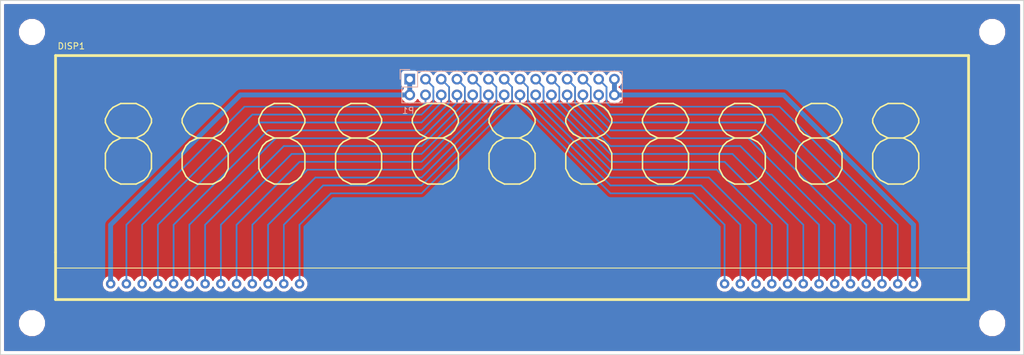
<source format=kicad_pcb>
(kicad_pcb (version 4) (host pcbnew 4.0.4-stable)

  (general
    (links 28)
    (no_connects 0)
    (area 65.964999 76.124999 231.215001 133.425001)
    (thickness 1.6)
    (drawings 4)
    (tracks 282)
    (zones 0)
    (modules 6)
    (nets 27)
  )

  (page A4)
  (layers
    (0 F.Cu signal)
    (31 B.Cu signal)
    (32 B.Adhes user)
    (33 F.Adhes user)
    (34 B.Paste user)
    (35 F.Paste user)
    (36 B.SilkS user)
    (37 F.SilkS user)
    (38 B.Mask user)
    (39 F.Mask user)
    (40 Dwgs.User user)
    (41 Cmts.User user)
    (42 Eco1.User user)
    (43 Eco2.User user)
    (44 Edge.Cuts user)
    (45 Margin user)
    (46 B.CrtYd user)
    (47 F.CrtYd user)
    (48 B.Fab user)
    (49 F.Fab user)
  )

  (setup
    (last_trace_width 0.254)
    (trace_clearance 0.254)
    (zone_clearance 0.508)
    (zone_45_only yes)
    (trace_min 0.1524)
    (segment_width 0.2)
    (edge_width 0.15)
    (via_size 0.6858)
    (via_drill 0.3302)
    (via_min_size 0.6858)
    (via_min_drill 0.3302)
    (uvia_size 0.3)
    (uvia_drill 0.1)
    (uvias_allowed no)
    (uvia_min_size 0.2)
    (uvia_min_drill 0.1)
    (pcb_text_width 0.3)
    (pcb_text_size 1.5 1.5)
    (mod_edge_width 0.15)
    (mod_text_size 1 1)
    (mod_text_width 0.15)
    (pad_size 1.524 1.524)
    (pad_drill 0.762)
    (pad_to_mask_clearance 0.2)
    (aux_axis_origin 64.77 74.93)
    (grid_origin 81.28 91.44)
    (visible_elements 7FFFFFFF)
    (pcbplotparams
      (layerselection 0x00000_80000001)
      (usegerberextensions false)
      (excludeedgelayer true)
      (linewidth 0.100000)
      (plotframeref false)
      (viasonmask false)
      (mode 1)
      (useauxorigin false)
      (hpglpennumber 1)
      (hpglpenspeed 20)
      (hpglpendiameter 15)
      (hpglpenoverlay 2)
      (psnegative false)
      (psa4output false)
      (plotreference true)
      (plotvalue false)
      (plotinvisibletext false)
      (padsonsilk false)
      (subtractmaskfromsilk false)
      (outputformat 4)
      (mirror false)
      (drillshape 0)
      (scaleselection 1)
      (outputdirectory gerber/))
  )

  (net 0 "")
  (net 1 "Net-(DISP1-Pad1)")
  (net 2 "Net-(DISP1-Pad2)")
  (net 3 "Net-(DISP1-Pad3)")
  (net 4 "Net-(DISP1-Pad4)")
  (net 5 "Net-(DISP1-Pad5)")
  (net 6 "Net-(DISP1-Pad6)")
  (net 7 "Net-(DISP1-Pad7)")
  (net 8 "Net-(DISP1-Pad8)")
  (net 9 "Net-(DISP1-Pad9)")
  (net 10 "Net-(DISP1-Pad10)")
  (net 11 "Net-(DISP1-Pad11)")
  (net 12 "Net-(DISP1-Pad12)")
  (net 13 "Net-(DISP1-Pad13)")
  (net 14 "Net-(DISP1-Pad14)")
  (net 15 "Net-(DISP1-Pad15)")
  (net 16 "Net-(DISP1-Pad16)")
  (net 17 "Net-(DISP1-Pad17)")
  (net 18 "Net-(DISP1-Pad18)")
  (net 19 "Net-(DISP1-Pad19)")
  (net 20 "Net-(DISP1-Pad20)")
  (net 21 "Net-(DISP1-Pad21)")
  (net 22 "Net-(DISP1-Pad22)")
  (net 23 "Net-(DISP1-Pad23)")
  (net 24 "Net-(DISP1-Pad24)")
  (net 25 "Net-(DISP1-Pad25)")
  (net 26 "Net-(DISP1-Pad26)")

  (net_class Default "This is the default net class."
    (clearance 0.254)
    (trace_width 0.254)
    (via_dia 0.6858)
    (via_drill 0.3302)
    (uvia_dia 0.3)
    (uvia_drill 0.1)
    (add_net "Net-(DISP1-Pad10)")
    (add_net "Net-(DISP1-Pad11)")
    (add_net "Net-(DISP1-Pad12)")
    (add_net "Net-(DISP1-Pad13)")
    (add_net "Net-(DISP1-Pad14)")
    (add_net "Net-(DISP1-Pad15)")
    (add_net "Net-(DISP1-Pad16)")
    (add_net "Net-(DISP1-Pad17)")
    (add_net "Net-(DISP1-Pad18)")
    (add_net "Net-(DISP1-Pad19)")
    (add_net "Net-(DISP1-Pad2)")
    (add_net "Net-(DISP1-Pad20)")
    (add_net "Net-(DISP1-Pad21)")
    (add_net "Net-(DISP1-Pad22)")
    (add_net "Net-(DISP1-Pad23)")
    (add_net "Net-(DISP1-Pad24)")
    (add_net "Net-(DISP1-Pad25)")
    (add_net "Net-(DISP1-Pad3)")
    (add_net "Net-(DISP1-Pad4)")
    (add_net "Net-(DISP1-Pad5)")
    (add_net "Net-(DISP1-Pad6)")
    (add_net "Net-(DISP1-Pad7)")
    (add_net "Net-(DISP1-Pad8)")
    (add_net "Net-(DISP1-Pad9)")
  )

  (net_class Kathode ""
    (clearance 0.254)
    (trace_width 0.762)
    (via_dia 0.6858)
    (via_drill 0.3302)
    (uvia_dia 0.3)
    (uvia_drill 0.1)
    (add_net "Net-(DISP1-Pad1)")
    (add_net "Net-(DISP1-Pad26)")
  )

  (module vfdlib:FIP11B13Bfp (layer F.Cu) (tedit 581F82A6) (tstamp 581F67DD)
    (at 148.59 105.41)
    (path /581F59ED)
    (fp_text reference DISP1 (at -71.12 -21.844) (layer F.SilkS)
      (effects (font (size 1 1) (thickness 0.15)))
    )
    (fp_text value FIP11B13B (at -67.31 -17.78) (layer F.Fab)
      (effects (font (size 1 1) (thickness 0.15)))
    )
    (fp_line (start -73.66 13.97) (end 73.66 13.97) (layer F.SilkS) (width 0.15))
    (fp_line (start 73.66 19.05) (end 73.66 11.43) (layer F.SilkS) (width 0.45))
    (fp_line (start -73.66 11.43) (end -73.66 19.05) (layer F.SilkS) (width 0.45))
    (fp_text user 88888888888 (at 0 -5.588) (layer F.SilkS)
      (effects (font (size 13 13) (thickness 0.25)))
    )
    (fp_line (start -73.66 11.43) (end -73.66 -20.32) (layer F.SilkS) (width 0.45))
    (fp_line (start -73.66 -20.32) (end 73.66 -20.32) (layer F.SilkS) (width 0.45))
    (fp_line (start 73.66 -20.32) (end 73.66 11.43) (layer F.SilkS) (width 0.45))
    (fp_line (start 73.66 19.05) (end -73.66 19.05) (layer F.SilkS) (width 0.45))
    (pad 1 thru_hole circle (at -64.77 16.51) (size 1.524 1.524) (drill 0.762) (layers *.Cu *.Mask)
      (net 1 "Net-(DISP1-Pad1)"))
    (pad 2 thru_hole circle (at -62.23 16.51) (size 1.524 1.524) (drill 0.762) (layers *.Cu *.Mask)
      (net 2 "Net-(DISP1-Pad2)"))
    (pad 3 thru_hole circle (at -59.69 16.51) (size 1.524 1.524) (drill 0.762) (layers *.Cu *.Mask)
      (net 3 "Net-(DISP1-Pad3)"))
    (pad 4 thru_hole circle (at -57.15 16.51) (size 1.524 1.524) (drill 0.762) (layers *.Cu *.Mask)
      (net 4 "Net-(DISP1-Pad4)"))
    (pad 5 thru_hole circle (at -54.61 16.51) (size 1.524 1.524) (drill 0.762) (layers *.Cu *.Mask)
      (net 5 "Net-(DISP1-Pad5)"))
    (pad 6 thru_hole circle (at -52.07 16.51) (size 1.524 1.524) (drill 0.762) (layers *.Cu *.Mask)
      (net 6 "Net-(DISP1-Pad6)"))
    (pad 7 thru_hole circle (at -49.53 16.51) (size 1.524 1.524) (drill 0.762) (layers *.Cu *.Mask)
      (net 7 "Net-(DISP1-Pad7)"))
    (pad 8 thru_hole circle (at -46.99 16.51) (size 1.524 1.524) (drill 0.762) (layers *.Cu *.Mask)
      (net 8 "Net-(DISP1-Pad8)"))
    (pad 9 thru_hole circle (at -44.45 16.51) (size 1.524 1.524) (drill 0.762) (layers *.Cu *.Mask)
      (net 9 "Net-(DISP1-Pad9)"))
    (pad 10 thru_hole circle (at -41.91 16.51) (size 1.524 1.524) (drill 0.762) (layers *.Cu *.Mask)
      (net 10 "Net-(DISP1-Pad10)"))
    (pad 11 thru_hole circle (at -39.37 16.51) (size 1.524 1.524) (drill 0.762) (layers *.Cu *.Mask)
      (net 11 "Net-(DISP1-Pad11)"))
    (pad 12 thru_hole circle (at -36.83 16.51) (size 1.524 1.524) (drill 0.762) (layers *.Cu *.Mask)
      (net 12 "Net-(DISP1-Pad12)"))
    (pad 13 thru_hole circle (at -34.29 16.51) (size 1.524 1.524) (drill 0.762) (layers *.Cu *.Mask)
      (net 13 "Net-(DISP1-Pad13)"))
    (pad 14 thru_hole circle (at 34.29 16.51) (size 1.524 1.524) (drill 0.762) (layers *.Cu *.Mask)
      (net 14 "Net-(DISP1-Pad14)"))
    (pad 15 thru_hole circle (at 36.83 16.51) (size 1.524 1.524) (drill 0.762) (layers *.Cu *.Mask)
      (net 15 "Net-(DISP1-Pad15)"))
    (pad 16 thru_hole circle (at 39.37 16.51) (size 1.524 1.524) (drill 0.762) (layers *.Cu *.Mask)
      (net 16 "Net-(DISP1-Pad16)"))
    (pad 17 thru_hole circle (at 41.91 16.51) (size 1.524 1.524) (drill 0.762) (layers *.Cu *.Mask)
      (net 17 "Net-(DISP1-Pad17)"))
    (pad 18 thru_hole circle (at 44.45 16.51) (size 1.524 1.524) (drill 0.762) (layers *.Cu *.Mask)
      (net 18 "Net-(DISP1-Pad18)"))
    (pad 19 thru_hole circle (at 46.99 16.51) (size 1.524 1.524) (drill 0.762) (layers *.Cu *.Mask)
      (net 19 "Net-(DISP1-Pad19)"))
    (pad 20 thru_hole circle (at 49.53 16.51) (size 1.524 1.524) (drill 0.762) (layers *.Cu *.Mask)
      (net 20 "Net-(DISP1-Pad20)"))
    (pad 21 thru_hole circle (at 52.07 16.51) (size 1.524 1.524) (drill 0.762) (layers *.Cu *.Mask)
      (net 21 "Net-(DISP1-Pad21)"))
    (pad 22 thru_hole circle (at 54.61 16.51) (size 1.524 1.524) (drill 0.762) (layers *.Cu *.Mask)
      (net 22 "Net-(DISP1-Pad22)"))
    (pad 23 thru_hole circle (at 57.15 16.51) (size 1.524 1.524) (drill 0.762) (layers *.Cu *.Mask)
      (net 23 "Net-(DISP1-Pad23)"))
    (pad 24 thru_hole circle (at 59.69 16.51) (size 1.524 1.524) (drill 0.762) (layers *.Cu *.Mask)
      (net 24 "Net-(DISP1-Pad24)"))
    (pad 25 thru_hole circle (at 62.23 16.51) (size 1.524 1.524) (drill 0.762) (layers *.Cu *.Mask)
      (net 25 "Net-(DISP1-Pad25)"))
    (pad 26 thru_hole circle (at 64.77 16.51) (size 1.524 1.524) (drill 0.762) (layers *.Cu *.Mask)
      (net 26 "Net-(DISP1-Pad26)"))
  )

  (module Pin_Headers:Pin_Header_Straight_2x14 (layer B.Cu) (tedit 581F829C) (tstamp 581F67FD)
    (at 132.08 88.9 270)
    (descr "Through hole pin header")
    (tags "pin header")
    (path /581F656E)
    (fp_text reference P1 (at 5.08 0.254 540) (layer B.SilkS)
      (effects (font (size 1 1) (thickness 0.15)) (justify mirror))
    )
    (fp_text value CONN_02X14 (at 0 3.1 270) (layer B.Fab)
      (effects (font (size 1 1) (thickness 0.15)) (justify mirror))
    )
    (fp_line (start -1.75 1.75) (end -1.75 -34.8) (layer B.CrtYd) (width 0.05))
    (fp_line (start 4.3 1.75) (end 4.3 -34.8) (layer B.CrtYd) (width 0.05))
    (fp_line (start -1.75 1.75) (end 4.3 1.75) (layer B.CrtYd) (width 0.05))
    (fp_line (start -1.75 -34.8) (end 4.3 -34.8) (layer B.CrtYd) (width 0.05))
    (fp_line (start 3.81 -34.29) (end 3.81 1.27) (layer B.SilkS) (width 0.15))
    (fp_line (start -1.27 -1.27) (end -1.27 -34.29) (layer B.SilkS) (width 0.15))
    (fp_line (start 3.81 -34.29) (end -1.27 -34.29) (layer B.SilkS) (width 0.15))
    (fp_line (start 3.81 1.27) (end 1.27 1.27) (layer B.SilkS) (width 0.15))
    (fp_line (start 0 1.55) (end -1.55 1.55) (layer B.SilkS) (width 0.15))
    (fp_line (start 1.27 1.27) (end 1.27 -1.27) (layer B.SilkS) (width 0.15))
    (fp_line (start 1.27 -1.27) (end -1.27 -1.27) (layer B.SilkS) (width 0.15))
    (fp_line (start -1.55 1.55) (end -1.55 0) (layer B.SilkS) (width 0.15))
    (pad 1 thru_hole rect (at 0 0 270) (size 1.7272 1.7272) (drill 1.016) (layers *.Cu *.Mask)
      (net 1 "Net-(DISP1-Pad1)"))
    (pad 2 thru_hole oval (at 2.54 0 270) (size 1.7272 1.7272) (drill 1.016) (layers *.Cu *.Mask)
      (net 1 "Net-(DISP1-Pad1)"))
    (pad 3 thru_hole oval (at 0 -2.54 270) (size 1.7272 1.7272) (drill 1.016) (layers *.Cu *.Mask)
      (net 3 "Net-(DISP1-Pad3)"))
    (pad 4 thru_hole oval (at 2.54 -2.54 270) (size 1.7272 1.7272) (drill 1.016) (layers *.Cu *.Mask)
      (net 2 "Net-(DISP1-Pad2)"))
    (pad 5 thru_hole oval (at 0 -5.08 270) (size 1.7272 1.7272) (drill 1.016) (layers *.Cu *.Mask)
      (net 5 "Net-(DISP1-Pad5)"))
    (pad 6 thru_hole oval (at 2.54 -5.08 270) (size 1.7272 1.7272) (drill 1.016) (layers *.Cu *.Mask)
      (net 4 "Net-(DISP1-Pad4)"))
    (pad 7 thru_hole oval (at 0 -7.62 270) (size 1.7272 1.7272) (drill 1.016) (layers *.Cu *.Mask)
      (net 7 "Net-(DISP1-Pad7)"))
    (pad 8 thru_hole oval (at 2.54 -7.62 270) (size 1.7272 1.7272) (drill 1.016) (layers *.Cu *.Mask)
      (net 6 "Net-(DISP1-Pad6)"))
    (pad 9 thru_hole oval (at 0 -10.16 270) (size 1.7272 1.7272) (drill 1.016) (layers *.Cu *.Mask)
      (net 9 "Net-(DISP1-Pad9)"))
    (pad 10 thru_hole oval (at 2.54 -10.16 270) (size 1.7272 1.7272) (drill 1.016) (layers *.Cu *.Mask)
      (net 8 "Net-(DISP1-Pad8)"))
    (pad 11 thru_hole oval (at 0 -12.7 270) (size 1.7272 1.7272) (drill 1.016) (layers *.Cu *.Mask)
      (net 11 "Net-(DISP1-Pad11)"))
    (pad 12 thru_hole oval (at 2.54 -12.7 270) (size 1.7272 1.7272) (drill 1.016) (layers *.Cu *.Mask)
      (net 10 "Net-(DISP1-Pad10)"))
    (pad 13 thru_hole oval (at 0 -15.24 270) (size 1.7272 1.7272) (drill 1.016) (layers *.Cu *.Mask)
      (net 13 "Net-(DISP1-Pad13)"))
    (pad 14 thru_hole oval (at 2.54 -15.24 270) (size 1.7272 1.7272) (drill 1.016) (layers *.Cu *.Mask)
      (net 12 "Net-(DISP1-Pad12)"))
    (pad 15 thru_hole oval (at 0 -17.78 270) (size 1.7272 1.7272) (drill 1.016) (layers *.Cu *.Mask)
      (net 15 "Net-(DISP1-Pad15)"))
    (pad 16 thru_hole oval (at 2.54 -17.78 270) (size 1.7272 1.7272) (drill 1.016) (layers *.Cu *.Mask)
      (net 14 "Net-(DISP1-Pad14)"))
    (pad 17 thru_hole oval (at 0 -20.32 270) (size 1.7272 1.7272) (drill 1.016) (layers *.Cu *.Mask)
      (net 17 "Net-(DISP1-Pad17)"))
    (pad 18 thru_hole oval (at 2.54 -20.32 270) (size 1.7272 1.7272) (drill 1.016) (layers *.Cu *.Mask)
      (net 16 "Net-(DISP1-Pad16)"))
    (pad 19 thru_hole oval (at 0 -22.86 270) (size 1.7272 1.7272) (drill 1.016) (layers *.Cu *.Mask)
      (net 19 "Net-(DISP1-Pad19)"))
    (pad 20 thru_hole oval (at 2.54 -22.86 270) (size 1.7272 1.7272) (drill 1.016) (layers *.Cu *.Mask)
      (net 18 "Net-(DISP1-Pad18)"))
    (pad 21 thru_hole oval (at 0 -25.4 270) (size 1.7272 1.7272) (drill 1.016) (layers *.Cu *.Mask)
      (net 21 "Net-(DISP1-Pad21)"))
    (pad 22 thru_hole oval (at 2.54 -25.4 270) (size 1.7272 1.7272) (drill 1.016) (layers *.Cu *.Mask)
      (net 20 "Net-(DISP1-Pad20)"))
    (pad 23 thru_hole oval (at 0 -27.94 270) (size 1.7272 1.7272) (drill 1.016) (layers *.Cu *.Mask)
      (net 23 "Net-(DISP1-Pad23)"))
    (pad 24 thru_hole oval (at 2.54 -27.94 270) (size 1.7272 1.7272) (drill 1.016) (layers *.Cu *.Mask)
      (net 22 "Net-(DISP1-Pad22)"))
    (pad 25 thru_hole oval (at 0 -30.48 270) (size 1.7272 1.7272) (drill 1.016) (layers *.Cu *.Mask)
      (net 25 "Net-(DISP1-Pad25)"))
    (pad 26 thru_hole oval (at 2.54 -30.48 270) (size 1.7272 1.7272) (drill 1.016) (layers *.Cu *.Mask)
      (net 24 "Net-(DISP1-Pad24)"))
    (pad 27 thru_hole oval (at 0 -33.02 270) (size 1.7272 1.7272) (drill 1.016) (layers *.Cu *.Mask)
      (net 26 "Net-(DISP1-Pad26)"))
    (pad 28 thru_hole oval (at 2.54 -33.02 270) (size 1.7272 1.7272) (drill 1.016) (layers *.Cu *.Mask)
      (net 26 "Net-(DISP1-Pad26)"))
    (model Pin_Headers.3dshapes/Pin_Header_Straight_2x14.wrl
      (at (xyz 0.05 -0.65 0))
      (scale (xyz 1 1 1))
      (rotate (xyz 0 0 90))
    )
  )

  (module Mounting_Holes:MountingHole_3.2mm_M3 (layer F.Cu) (tedit 581F826F) (tstamp 581F7F8F)
    (at 71.12 81.28)
    (descr "Mounting Hole 3.2mm, no annular, M3")
    (tags "mounting hole 3.2mm no annular m3")
    (fp_text reference REF** (at 0 -4.2) (layer F.SilkS) hide
      (effects (font (size 1 1) (thickness 0.15)))
    )
    (fp_text value MountingHole_3.2mm_M3 (at 0 4.2) (layer F.Fab) hide
      (effects (font (size 1 1) (thickness 0.15)))
    )
    (fp_circle (center 0 0) (end 3.2 0) (layer Cmts.User) (width 0.15))
    (fp_circle (center 0 0) (end 3.45 0) (layer F.CrtYd) (width 0.05))
    (pad 1 np_thru_hole circle (at 0 0) (size 3.2 3.2) (drill 3.2) (layers *.Cu *.Mask))
  )

  (module Mounting_Holes:MountingHole_3.2mm_M3 (layer F.Cu) (tedit 581F828A) (tstamp 581F7FAF)
    (at 226.06 81.28)
    (descr "Mounting Hole 3.2mm, no annular, M3")
    (tags "mounting hole 3.2mm no annular m3")
    (fp_text reference REF** (at 0 -4.2) (layer F.SilkS) hide
      (effects (font (size 1 1) (thickness 0.15)))
    )
    (fp_text value MountingHole_3.2mm_M3 (at 0 4.2) (layer F.Fab) hide
      (effects (font (size 1 1) (thickness 0.15)))
    )
    (fp_circle (center 0 0) (end 3.2 0) (layer Cmts.User) (width 0.15))
    (fp_circle (center 0 0) (end 3.45 0) (layer F.CrtYd) (width 0.05))
    (pad 1 np_thru_hole circle (at 0 0) (size 3.2 3.2) (drill 3.2) (layers *.Cu *.Mask))
  )

  (module Mounting_Holes:MountingHole_3.2mm_M3 (layer F.Cu) (tedit 581F8281) (tstamp 581F7FB8)
    (at 226.06 128.27)
    (descr "Mounting Hole 3.2mm, no annular, M3")
    (tags "mounting hole 3.2mm no annular m3")
    (fp_text reference REF** (at 0 -4.2) (layer F.SilkS) hide
      (effects (font (size 1 1) (thickness 0.15)))
    )
    (fp_text value MountingHole_3.2mm_M3 (at 0 4.2) (layer F.Fab) hide
      (effects (font (size 1 1) (thickness 0.15)))
    )
    (fp_circle (center 0 0) (end 3.2 0) (layer Cmts.User) (width 0.15))
    (fp_circle (center 0 0) (end 3.45 0) (layer F.CrtYd) (width 0.05))
    (pad 1 np_thru_hole circle (at 0 0) (size 3.2 3.2) (drill 3.2) (layers *.Cu *.Mask))
  )

  (module Mounting_Holes:MountingHole_3.2mm_M3 (layer F.Cu) (tedit 581F8277) (tstamp 581F7FBE)
    (at 71.12 128.27)
    (descr "Mounting Hole 3.2mm, no annular, M3")
    (tags "mounting hole 3.2mm no annular m3")
    (fp_text reference REF** (at 0 -4.2) (layer F.SilkS) hide
      (effects (font (size 1 1) (thickness 0.15)))
    )
    (fp_text value MountingHole_3.2mm_M3 (at 0 4.2) (layer F.Fab) hide
      (effects (font (size 1 1) (thickness 0.15)))
    )
    (fp_circle (center 0 0) (end 3.2 0) (layer Cmts.User) (width 0.15))
    (fp_circle (center 0 0) (end 3.45 0) (layer F.CrtYd) (width 0.05))
    (pad 1 np_thru_hole circle (at 0 0) (size 3.2 3.2) (drill 3.2) (layers *.Cu *.Mask))
  )

  (gr_line (start 66.04 133.35) (end 66.04 76.2) (angle 90) (layer Edge.Cuts) (width 0.15))
  (gr_line (start 231.14 133.35) (end 66.04 133.35) (angle 90) (layer Edge.Cuts) (width 0.15))
  (gr_line (start 231.14 76.2) (end 231.14 133.35) (angle 90) (layer Edge.Cuts) (width 0.15))
  (gr_line (start 66.04 76.2) (end 231.14 76.2) (angle 90) (layer Edge.Cuts) (width 0.15))

  (segment (start 132.08 88.9) (end 132.08 91.44) (width 0.762) (layer B.Cu) (net 1) (tstamp 581F787C))
  (segment (start 83.82 112.395) (end 104.775 91.44) (width 0.762) (layer B.Cu) (net 1) (tstamp 581F787B))
  (segment (start 104.775 91.44) (end 132.08 91.44) (width 0.762) (layer B.Cu) (net 1) (tstamp 581F787A))
  (segment (start 104.775 91.44) (end 132.08 91.44) (width 0.762) (layer B.Cu) (net 1) (tstamp 581F7511))
  (segment (start 83.82 112.395) (end 104.775 91.44) (width 0.762) (layer B.Cu) (net 1) (tstamp 581F7508))
  (segment (start 132.08 88.9) (end 132.08 91.44) (width 0.762) (layer B.Cu) (net 1))
  (segment (start 83.82 121.92) (end 83.82 112.395) (width 0.762) (layer B.Cu) (net 1) (tstamp 581F7879))
  (segment (start 83.82 121.4247) (end 83.7311 121.5136) (width 0.25) (layer B.Cu) (net 1) (tstamp 581F7878))
  (segment (start 83.82 121.4247) (end 83.7311 121.5136) (width 0.25) (layer B.Cu) (net 1) (tstamp 581F6899))
  (segment (start 83.82 121.92) (end 83.82 112.395) (width 0.762) (layer B.Cu) (net 1))
  (segment (start 86.36 112.395) (end 86.36 121.92) (width 0.254) (layer B.Cu) (net 2) (tstamp 581F787E))
  (segment (start 86.36 112.395) (end 86.36 121.92) (width 0.254) (layer B.Cu) (net 2) (tstamp 581F7428))
  (segment (start 105.41 93.345) (end 86.36 112.395) (width 0.254) (layer B.Cu) (net 2) (tstamp 581F787F))
  (segment (start 105.41 93.345) (end 86.36 112.395) (width 0.254) (layer B.Cu) (net 2) (tstamp 581F7424))
  (segment (start 133.985 93.345) (end 105.41 93.345) (width 0.254) (layer B.Cu) (net 2) (tstamp 581F7880))
  (segment (start 133.985 93.345) (end 105.41 93.345) (width 0.254) (layer B.Cu) (net 2) (tstamp 581F7423))
  (segment (start 134.62 92.71) (end 133.985 93.345) (width 0.254) (layer B.Cu) (net 2) (tstamp 581F7881))
  (segment (start 134.62 91.44) (end 134.62 92.71) (width 0.254) (layer B.Cu) (net 2) (tstamp 581F787D))
  (segment (start 134.62 91.44) (end 134.62 92.71) (width 0.254) (layer B.Cu) (net 2))
  (segment (start 134.62 92.71) (end 133.985 93.345) (width 0.254) (layer B.Cu) (net 2) (tstamp 581F7422))
  (segment (start 135.89 90.17) (end 135.89 92.71) (width 0.254) (layer B.Cu) (net 3) (tstamp 581F7887))
  (segment (start 135.89 92.71) (end 133.985 94.615) (width 0.254) (layer B.Cu) (net 3) (tstamp 581F7886))
  (segment (start 133.985 94.615) (end 106.68 94.615) (width 0.254) (layer B.Cu) (net 3) (tstamp 581F7885))
  (segment (start 106.68 94.615) (end 88.9 112.395) (width 0.254) (layer B.Cu) (net 3) (tstamp 581F7884))
  (segment (start 134.62 88.9) (end 135.89 90.17) (width 0.254) (layer B.Cu) (net 3) (tstamp 581F7882))
  (segment (start 134.62 88.9) (end 135.89 90.17) (width 0.254) (layer B.Cu) (net 3))
  (segment (start 106.68 94.615) (end 88.9 112.395) (width 0.254) (layer B.Cu) (net 3) (tstamp 581F7434))
  (segment (start 133.985 94.615) (end 106.68 94.615) (width 0.254) (layer B.Cu) (net 3) (tstamp 581F7432))
  (segment (start 135.89 92.71) (end 133.985 94.615) (width 0.254) (layer B.Cu) (net 3) (tstamp 581F7431))
  (segment (start 135.89 90.17) (end 135.89 92.71) (width 0.254) (layer B.Cu) (net 3) (tstamp 581F742F))
  (segment (start 88.9 112.395) (end 88.9 121.92) (width 0.254) (layer B.Cu) (net 3) (tstamp 581F7883))
  (segment (start 88.9 112.395) (end 88.9 121.92) (width 0.254) (layer B.Cu) (net 3) (tstamp 581F7439))
  (segment (start 91.44 112.395) (end 91.44 121.92) (width 0.254) (layer B.Cu) (net 4) (tstamp 581F7889))
  (segment (start 91.44 112.395) (end 91.44 121.92) (width 0.254) (layer B.Cu) (net 4) (tstamp 581F745C))
  (segment (start 107.95 95.885) (end 91.44 112.395) (width 0.254) (layer B.Cu) (net 4) (tstamp 581F788A))
  (segment (start 107.95 95.885) (end 91.44 112.395) (width 0.254) (layer B.Cu) (net 4) (tstamp 581F7456))
  (segment (start 133.985 95.885) (end 107.95 95.885) (width 0.254) (layer B.Cu) (net 4) (tstamp 581F788B))
  (segment (start 133.985 95.885) (end 107.95 95.885) (width 0.254) (layer B.Cu) (net 4) (tstamp 581F7455))
  (segment (start 137.16 92.71) (end 133.985 95.885) (width 0.254) (layer B.Cu) (net 4) (tstamp 581F788C))
  (segment (start 137.16 91.44) (end 137.16 92.71) (width 0.254) (layer B.Cu) (net 4) (tstamp 581F7888))
  (segment (start 137.16 91.44) (end 137.16 92.71) (width 0.254) (layer B.Cu) (net 4))
  (segment (start 137.16 92.71) (end 133.985 95.885) (width 0.254) (layer B.Cu) (net 4) (tstamp 581F7454))
  (segment (start 138.43 90.17) (end 138.43 92.71) (width 0.254) (layer B.Cu) (net 5) (tstamp 581F7892))
  (segment (start 138.43 92.71) (end 133.985 97.155) (width 0.254) (layer B.Cu) (net 5) (tstamp 581F7891))
  (segment (start 133.985 97.155) (end 109.22 97.155) (width 0.254) (layer B.Cu) (net 5) (tstamp 581F7890))
  (segment (start 109.22 97.155) (end 93.98 112.395) (width 0.254) (layer B.Cu) (net 5) (tstamp 581F788F))
  (segment (start 137.16 88.9) (end 138.43 90.17) (width 0.254) (layer B.Cu) (net 5) (tstamp 581F788D))
  (segment (start 137.16 88.9) (end 138.43 90.17) (width 0.254) (layer B.Cu) (net 5))
  (segment (start 109.22 97.155) (end 93.98 112.395) (width 0.254) (layer B.Cu) (net 5) (tstamp 581F7464))
  (segment (start 133.985 97.155) (end 109.22 97.155) (width 0.254) (layer B.Cu) (net 5) (tstamp 581F7463))
  (segment (start 138.43 92.71) (end 133.985 97.155) (width 0.254) (layer B.Cu) (net 5) (tstamp 581F7462))
  (segment (start 138.43 90.17) (end 138.43 92.71) (width 0.254) (layer B.Cu) (net 5) (tstamp 581F7461))
  (segment (start 93.98 112.395) (end 93.98 121.92) (width 0.254) (layer B.Cu) (net 5) (tstamp 581F788E))
  (segment (start 93.98 112.395) (end 93.98 121.92) (width 0.254) (layer B.Cu) (net 5) (tstamp 581F746A))
  (segment (start 96.52 112.395) (end 96.52 121.92) (width 0.254) (layer B.Cu) (net 6) (tstamp 581F7894))
  (segment (start 96.52 112.395) (end 96.52 121.92) (width 0.254) (layer B.Cu) (net 6) (tstamp 581F7476))
  (segment (start 110.49 98.425) (end 96.52 112.395) (width 0.254) (layer B.Cu) (net 6) (tstamp 581F7895))
  (segment (start 110.49 98.425) (end 96.52 112.395) (width 0.254) (layer B.Cu) (net 6) (tstamp 581F7470))
  (segment (start 133.985 98.425) (end 110.49 98.425) (width 0.254) (layer B.Cu) (net 6) (tstamp 581F7896))
  (segment (start 133.985 98.425) (end 110.49 98.425) (width 0.254) (layer B.Cu) (net 6) (tstamp 581F746F))
  (segment (start 139.7 92.71) (end 133.985 98.425) (width 0.254) (layer B.Cu) (net 6) (tstamp 581F7897))
  (segment (start 139.7 91.44) (end 139.7 92.71) (width 0.254) (layer B.Cu) (net 6) (tstamp 581F7893))
  (segment (start 139.7 91.44) (end 139.7 92.71) (width 0.254) (layer B.Cu) (net 6))
  (segment (start 139.7 92.71) (end 133.985 98.425) (width 0.254) (layer B.Cu) (net 6) (tstamp 581F746E))
  (segment (start 140.97 90.17) (end 140.97 92.71) (width 0.254) (layer B.Cu) (net 7) (tstamp 581F789D))
  (segment (start 140.97 92.71) (end 133.985 99.695) (width 0.254) (layer B.Cu) (net 7) (tstamp 581F789C))
  (segment (start 133.985 99.695) (end 111.76 99.695) (width 0.254) (layer B.Cu) (net 7) (tstamp 581F789B))
  (segment (start 111.76 99.695) (end 99.06 112.395) (width 0.254) (layer B.Cu) (net 7) (tstamp 581F789A))
  (segment (start 139.7 88.9) (end 140.97 90.17) (width 0.254) (layer B.Cu) (net 7) (tstamp 581F7898))
  (segment (start 139.7 88.9) (end 140.97 90.17) (width 0.254) (layer B.Cu) (net 7))
  (segment (start 111.76 99.695) (end 99.06 112.395) (width 0.254) (layer B.Cu) (net 7) (tstamp 581F7480))
  (segment (start 133.985 99.695) (end 111.76 99.695) (width 0.254) (layer B.Cu) (net 7) (tstamp 581F747F))
  (segment (start 140.97 92.71) (end 133.985 99.695) (width 0.254) (layer B.Cu) (net 7) (tstamp 581F747D))
  (segment (start 140.97 90.17) (end 140.97 92.71) (width 0.254) (layer B.Cu) (net 7) (tstamp 581F747C))
  (segment (start 99.06 112.395) (end 99.06 121.92) (width 0.254) (layer B.Cu) (net 7) (tstamp 581F7899))
  (segment (start 99.06 112.395) (end 99.06 121.92) (width 0.254) (layer B.Cu) (net 7) (tstamp 581F7485))
  (segment (start 101.6 112.395) (end 101.6 121.92) (width 0.254) (layer B.Cu) (net 8) (tstamp 581F789F))
  (segment (start 101.6 112.395) (end 101.6 121.92) (width 0.254) (layer B.Cu) (net 8) (tstamp 581F7494))
  (segment (start 113.03 100.965) (end 101.6 112.395) (width 0.254) (layer B.Cu) (net 8) (tstamp 581F78A0))
  (segment (start 113.03 100.965) (end 101.6 112.395) (width 0.254) (layer B.Cu) (net 8) (tstamp 581F748F))
  (segment (start 133.985 100.965) (end 113.03 100.965) (width 0.254) (layer B.Cu) (net 8) (tstamp 581F78A1))
  (segment (start 133.985 100.965) (end 113.03 100.965) (width 0.254) (layer B.Cu) (net 8) (tstamp 581F748D))
  (segment (start 142.24 92.71) (end 133.985 100.965) (width 0.254) (layer B.Cu) (net 8) (tstamp 581F78A2))
  (segment (start 142.24 91.44) (end 142.24 92.71) (width 0.254) (layer B.Cu) (net 8) (tstamp 581F789E))
  (segment (start 142.24 91.44) (end 142.24 92.71) (width 0.254) (layer B.Cu) (net 8))
  (segment (start 142.24 92.71) (end 133.985 100.965) (width 0.254) (layer B.Cu) (net 8) (tstamp 581F748B))
  (segment (start 143.51 90.17) (end 143.51 92.71) (width 0.254) (layer B.Cu) (net 9) (tstamp 581F78A8))
  (segment (start 143.51 92.71) (end 133.985 102.235) (width 0.254) (layer B.Cu) (net 9) (tstamp 581F78A7))
  (segment (start 133.985 102.235) (end 114.3 102.235) (width 0.254) (layer B.Cu) (net 9) (tstamp 581F78A6))
  (segment (start 114.3 102.235) (end 104.14 112.395) (width 0.254) (layer B.Cu) (net 9) (tstamp 581F78A5))
  (segment (start 142.24 88.9) (end 143.51 90.17) (width 0.254) (layer B.Cu) (net 9) (tstamp 581F78A3))
  (segment (start 142.24 88.9) (end 143.51 90.17) (width 0.254) (layer B.Cu) (net 9))
  (segment (start 114.3 102.235) (end 104.14 112.395) (width 0.254) (layer B.Cu) (net 9) (tstamp 581F74A2))
  (segment (start 133.985 102.235) (end 114.3 102.235) (width 0.254) (layer B.Cu) (net 9) (tstamp 581F74A0))
  (segment (start 143.51 92.71) (end 133.985 102.235) (width 0.254) (layer B.Cu) (net 9) (tstamp 581F749F))
  (segment (start 143.51 90.17) (end 143.51 92.71) (width 0.254) (layer B.Cu) (net 9) (tstamp 581F749E))
  (segment (start 104.14 112.395) (end 104.14 121.92) (width 0.254) (layer B.Cu) (net 9) (tstamp 581F78A4))
  (segment (start 104.14 112.395) (end 104.14 121.92) (width 0.254) (layer B.Cu) (net 9) (tstamp 581F74A7))
  (segment (start 106.68 112.395) (end 106.68 121.92) (width 0.254) (layer B.Cu) (net 10) (tstamp 581F78AA))
  (segment (start 106.68 112.395) (end 106.68 121.92) (width 0.254) (layer B.Cu) (net 10) (tstamp 581F74B8))
  (segment (start 115.57 103.505) (end 106.68 112.395) (width 0.254) (layer B.Cu) (net 10) (tstamp 581F78AB))
  (segment (start 115.57 103.505) (end 106.68 112.395) (width 0.254) (layer B.Cu) (net 10) (tstamp 581F74B3))
  (segment (start 133.985 103.505) (end 115.57 103.505) (width 0.254) (layer B.Cu) (net 10) (tstamp 581F78AC))
  (segment (start 133.985 103.505) (end 115.57 103.505) (width 0.254) (layer B.Cu) (net 10) (tstamp 581F74B0))
  (segment (start 144.78 92.71) (end 133.985 103.505) (width 0.254) (layer B.Cu) (net 10) (tstamp 581F78AD))
  (segment (start 144.78 91.44) (end 144.78 92.71) (width 0.254) (layer B.Cu) (net 10) (tstamp 581F78A9))
  (segment (start 144.78 91.44) (end 144.78 92.71) (width 0.254) (layer B.Cu) (net 10))
  (segment (start 144.78 92.71) (end 133.985 103.505) (width 0.254) (layer B.Cu) (net 10) (tstamp 581F74AF))
  (segment (start 146.05 90.17) (end 146.05 92.71) (width 0.254) (layer B.Cu) (net 11) (tstamp 581F78B3))
  (segment (start 146.05 92.71) (end 133.985 104.775) (width 0.254) (layer B.Cu) (net 11) (tstamp 581F78B2))
  (segment (start 144.78 88.9) (end 146.05 90.17) (width 0.254) (layer B.Cu) (net 11) (tstamp 581F78AE))
  (segment (start 144.78 88.9) (end 146.05 90.17) (width 0.254) (layer B.Cu) (net 11))
  (segment (start 146.05 92.71) (end 133.985 104.775) (width 0.254) (layer B.Cu) (net 11) (tstamp 581F74BD))
  (segment (start 146.05 90.17) (end 146.05 92.71) (width 0.254) (layer B.Cu) (net 11) (tstamp 581F74BC))
  (segment (start 133.985 104.775) (end 116.84 104.775) (width 0.254) (layer B.Cu) (net 11) (tstamp 581F78B1))
  (segment (start 116.84 104.775) (end 109.22 112.395) (width 0.254) (layer B.Cu) (net 11) (tstamp 581F78B0))
  (segment (start 116.84 104.775) (end 109.22 112.395) (width 0.254) (layer B.Cu) (net 11) (tstamp 581F74C0))
  (segment (start 133.985 104.775) (end 116.84 104.775) (width 0.254) (layer B.Cu) (net 11) (tstamp 581F74BE))
  (segment (start 109.22 112.395) (end 109.22 121.92) (width 0.254) (layer B.Cu) (net 11) (tstamp 581F78AF))
  (segment (start 109.22 112.395) (end 109.22 121.92) (width 0.254) (layer B.Cu) (net 11) (tstamp 581F74C5))
  (segment (start 111.76 112.395) (end 111.76 121.92) (width 0.254) (layer B.Cu) (net 12) (tstamp 581F78B5))
  (segment (start 111.76 112.395) (end 111.76 121.92) (width 0.254) (layer B.Cu) (net 12) (tstamp 581F74D6))
  (segment (start 118.11 106.045) (end 111.76 112.395) (width 0.254) (layer B.Cu) (net 12) (tstamp 581F78B6))
  (segment (start 118.11 106.045) (end 111.76 112.395) (width 0.254) (layer B.Cu) (net 12) (tstamp 581F74D0))
  (segment (start 133.985 106.045) (end 118.11 106.045) (width 0.254) (layer B.Cu) (net 12) (tstamp 581F78B7))
  (segment (start 133.985 106.045) (end 118.11 106.045) (width 0.254) (layer B.Cu) (net 12) (tstamp 581F74CC))
  (segment (start 147.32 92.71) (end 133.985 106.045) (width 0.254) (layer B.Cu) (net 12) (tstamp 581F78B8))
  (segment (start 147.32 91.44) (end 147.32 92.71) (width 0.254) (layer B.Cu) (net 12) (tstamp 581F78B4))
  (segment (start 147.32 91.44) (end 147.32 92.71) (width 0.254) (layer B.Cu) (net 12))
  (segment (start 147.32 92.71) (end 133.985 106.045) (width 0.254) (layer B.Cu) (net 12) (tstamp 581F74CB))
  (segment (start 148.59 90.17) (end 148.59 92.71) (width 0.254) (layer B.Cu) (net 13) (tstamp 581F78BE))
  (segment (start 148.59 92.71) (end 133.985 107.315) (width 0.254) (layer B.Cu) (net 13) (tstamp 581F78BD))
  (segment (start 147.32 88.9) (end 148.59 90.17) (width 0.254) (layer B.Cu) (net 13) (tstamp 581F78B9))
  (segment (start 147.32 88.9) (end 148.59 90.17) (width 0.254) (layer B.Cu) (net 13))
  (segment (start 148.59 92.71) (end 133.985 107.315) (width 0.254) (layer B.Cu) (net 13) (tstamp 581F74E3))
  (segment (start 148.59 90.17) (end 148.59 92.71) (width 0.254) (layer B.Cu) (net 13) (tstamp 581F74E0))
  (segment (start 133.985 107.315) (end 119.38 107.315) (width 0.254) (layer B.Cu) (net 13) (tstamp 581F78BC))
  (segment (start 119.38 107.315) (end 114.3 112.395) (width 0.254) (layer B.Cu) (net 13) (tstamp 581F78BB))
  (segment (start 119.38 107.315) (end 114.3 112.395) (width 0.254) (layer B.Cu) (net 13) (tstamp 581F74E9))
  (segment (start 133.985 107.315) (end 119.38 107.315) (width 0.254) (layer B.Cu) (net 13) (tstamp 581F74E4))
  (segment (start 114.3 112.395) (end 114.3 121.92) (width 0.254) (layer B.Cu) (net 13) (tstamp 581F78BA))
  (segment (start 114.3 112.395) (end 114.3 121.92) (width 0.254) (layer B.Cu) (net 13) (tstamp 581F74EF))
  (segment (start 182.88 112.395) (end 182.88 121.92) (width 0.254) (layer B.Cu) (net 14) (tstamp 581F78C0))
  (segment (start 182.88 112.395) (end 182.88 121.92) (width 0.254) (layer B.Cu) (net 14) (tstamp 581F7692))
  (segment (start 177.8 107.315) (end 182.88 112.395) (width 0.254) (layer B.Cu) (net 14) (tstamp 581F78C1))
  (segment (start 177.8 107.315) (end 182.88 112.395) (width 0.254) (layer B.Cu) (net 14) (tstamp 581F768D))
  (segment (start 164.465 107.315) (end 177.8 107.315) (width 0.254) (layer B.Cu) (net 14) (tstamp 581F78C2))
  (segment (start 164.465 107.315) (end 177.8 107.315) (width 0.254) (layer B.Cu) (net 14) (tstamp 581F7689))
  (segment (start 149.86 92.71) (end 164.465 107.315) (width 0.254) (layer B.Cu) (net 14) (tstamp 581F78C3))
  (segment (start 149.86 91.44) (end 149.86 92.71) (width 0.254) (layer B.Cu) (net 14) (tstamp 581F78BF))
  (segment (start 149.86 91.44) (end 149.86 92.71) (width 0.254) (layer B.Cu) (net 14))
  (segment (start 149.86 92.71) (end 164.465 107.315) (width 0.254) (layer B.Cu) (net 14) (tstamp 581F7688))
  (segment (start 151.13 90.17) (end 151.13 92.71) (width 0.254) (layer B.Cu) (net 15) (tstamp 581F78C9))
  (segment (start 151.13 92.71) (end 164.465 106.045) (width 0.254) (layer B.Cu) (net 15) (tstamp 581F78C8))
  (segment (start 149.86 88.9) (end 151.13 90.17) (width 0.254) (layer B.Cu) (net 15) (tstamp 581F78C4))
  (segment (start 149.86 88.9) (end 151.13 90.17) (width 0.254) (layer B.Cu) (net 15))
  (segment (start 151.13 92.71) (end 164.465 106.045) (width 0.254) (layer B.Cu) (net 15) (tstamp 581F767B))
  (segment (start 151.13 90.17) (end 151.13 92.71) (width 0.254) (layer B.Cu) (net 15) (tstamp 581F767A))
  (segment (start 164.465 106.045) (end 179.07 106.045) (width 0.254) (layer B.Cu) (net 15) (tstamp 581F78C7))
  (segment (start 179.07 106.045) (end 185.42 112.395) (width 0.254) (layer B.Cu) (net 15) (tstamp 581F78C6))
  (segment (start 179.07 106.045) (end 185.42 112.395) (width 0.254) (layer B.Cu) (net 15) (tstamp 581F767F))
  (segment (start 164.465 106.045) (end 179.07 106.045) (width 0.254) (layer B.Cu) (net 15) (tstamp 581F767D))
  (segment (start 185.42 112.395) (end 185.42 121.92) (width 0.254) (layer B.Cu) (net 15) (tstamp 581F78C5))
  (segment (start 185.42 112.395) (end 185.42 121.92) (width 0.254) (layer B.Cu) (net 15) (tstamp 581F7684))
  (segment (start 187.96 112.395) (end 187.96 121.92) (width 0.254) (layer B.Cu) (net 16) (tstamp 581F78CB))
  (segment (start 187.96 112.395) (end 187.96 121.92) (width 0.254) (layer B.Cu) (net 16) (tstamp 581F766F))
  (segment (start 180.34 104.775) (end 187.96 112.395) (width 0.254) (layer B.Cu) (net 16) (tstamp 581F78CC))
  (segment (start 180.34 104.775) (end 187.96 112.395) (width 0.254) (layer B.Cu) (net 16) (tstamp 581F766A))
  (segment (start 164.465 104.775) (end 180.34 104.775) (width 0.254) (layer B.Cu) (net 16) (tstamp 581F78CD))
  (segment (start 164.465 104.775) (end 180.34 104.775) (width 0.254) (layer B.Cu) (net 16) (tstamp 581F7667))
  (segment (start 152.4 92.71) (end 164.465 104.775) (width 0.254) (layer B.Cu) (net 16) (tstamp 581F78CE))
  (segment (start 152.4 91.44) (end 152.4 92.71) (width 0.254) (layer B.Cu) (net 16) (tstamp 581F78CA))
  (segment (start 152.4 91.44) (end 152.4 92.71) (width 0.254) (layer B.Cu) (net 16))
  (segment (start 152.4 92.71) (end 164.465 104.775) (width 0.254) (layer B.Cu) (net 16) (tstamp 581F7666))
  (segment (start 153.67 90.17) (end 153.67 92.71) (width 0.254) (layer B.Cu) (net 17) (tstamp 581F78D4))
  (segment (start 153.67 92.71) (end 164.465 103.505) (width 0.254) (layer B.Cu) (net 17) (tstamp 581F78D3))
  (segment (start 164.465 103.505) (end 181.61 103.505) (width 0.254) (layer B.Cu) (net 17) (tstamp 581F78D2))
  (segment (start 152.4 88.9) (end 153.67 90.17) (width 0.254) (layer B.Cu) (net 17) (tstamp 581F78CF))
  (segment (start 152.4 88.9) (end 153.67 90.17) (width 0.254) (layer B.Cu) (net 17))
  (segment (start 164.465 103.505) (end 181.61 103.505) (width 0.254) (layer B.Cu) (net 17) (tstamp 581F765A))
  (segment (start 153.67 92.71) (end 164.465 103.505) (width 0.254) (layer B.Cu) (net 17) (tstamp 581F7659))
  (segment (start 153.67 90.17) (end 153.67 92.71) (width 0.254) (layer B.Cu) (net 17) (tstamp 581F7658))
  (segment (start 181.61 103.505) (end 190.5 112.395) (width 0.254) (layer B.Cu) (net 17) (tstamp 581F78D1))
  (segment (start 181.61 103.505) (end 190.5 112.395) (width 0.254) (layer B.Cu) (net 17) (tstamp 581F765B))
  (segment (start 190.5 112.395) (end 190.5 121.92) (width 0.254) (layer B.Cu) (net 17) (tstamp 581F78D0))
  (segment (start 190.5 112.395) (end 190.5 121.92) (width 0.254) (layer B.Cu) (net 17) (tstamp 581F765F))
  (segment (start 193.04 112.395) (end 193.04 121.92) (width 0.254) (layer B.Cu) (net 18) (tstamp 581F78D6))
  (segment (start 193.04 112.395) (end 193.04 121.92) (width 0.254) (layer B.Cu) (net 18) (tstamp 581F7654))
  (segment (start 182.88 102.235) (end 193.04 112.395) (width 0.254) (layer B.Cu) (net 18) (tstamp 581F78D7))
  (segment (start 182.88 102.235) (end 193.04 112.395) (width 0.254) (layer B.Cu) (net 18) (tstamp 581F764F))
  (segment (start 164.465 102.235) (end 182.88 102.235) (width 0.254) (layer B.Cu) (net 18) (tstamp 581F78D8))
  (segment (start 164.465 102.235) (end 182.88 102.235) (width 0.254) (layer B.Cu) (net 18) (tstamp 581F764E))
  (segment (start 154.94 92.71) (end 164.465 102.235) (width 0.254) (layer B.Cu) (net 18) (tstamp 581F78D9))
  (segment (start 154.94 91.44) (end 154.94 92.71) (width 0.254) (layer B.Cu) (net 18) (tstamp 581F78D5))
  (segment (start 154.94 91.44) (end 154.94 92.71) (width 0.254) (layer B.Cu) (net 18))
  (segment (start 154.94 92.71) (end 164.465 102.235) (width 0.254) (layer B.Cu) (net 18) (tstamp 581F764D))
  (segment (start 156.21 90.17) (end 156.21 92.71) (width 0.254) (layer B.Cu) (net 19) (tstamp 581F78DF))
  (segment (start 156.21 92.71) (end 164.465 100.965) (width 0.254) (layer B.Cu) (net 19) (tstamp 581F78DE))
  (segment (start 164.465 100.965) (end 184.15 100.965) (width 0.254) (layer B.Cu) (net 19) (tstamp 581F78DD))
  (segment (start 154.94 88.9) (end 156.21 90.17) (width 0.254) (layer B.Cu) (net 19) (tstamp 581F78DA))
  (segment (start 154.94 88.9) (end 156.21 90.17) (width 0.254) (layer B.Cu) (net 19))
  (segment (start 164.465 100.965) (end 184.15 100.965) (width 0.254) (layer B.Cu) (net 19) (tstamp 581F7643))
  (segment (start 156.21 92.71) (end 164.465 100.965) (width 0.254) (layer B.Cu) (net 19) (tstamp 581F7642))
  (segment (start 156.21 90.17) (end 156.21 92.71) (width 0.254) (layer B.Cu) (net 19) (tstamp 581F7641))
  (segment (start 184.15 100.965) (end 195.58 112.395) (width 0.254) (layer B.Cu) (net 19) (tstamp 581F78DC))
  (segment (start 184.15 100.965) (end 195.58 112.395) (width 0.254) (layer B.Cu) (net 19) (tstamp 581F7645))
  (segment (start 195.58 112.395) (end 195.58 121.92) (width 0.254) (layer B.Cu) (net 19) (tstamp 581F78DB))
  (segment (start 195.58 112.395) (end 195.58 121.92) (width 0.254) (layer B.Cu) (net 19) (tstamp 581F7649))
  (segment (start 198.12 112.395) (end 198.12 121.92) (width 0.254) (layer B.Cu) (net 20) (tstamp 581F78E1))
  (segment (start 198.12 112.395) (end 198.12 121.92) (width 0.254) (layer B.Cu) (net 20) (tstamp 581F763C))
  (segment (start 185.42 99.695) (end 198.12 112.395) (width 0.254) (layer B.Cu) (net 20) (tstamp 581F78E2))
  (segment (start 185.42 99.695) (end 198.12 112.395) (width 0.254) (layer B.Cu) (net 20) (tstamp 581F7638))
  (segment (start 164.465 99.695) (end 185.42 99.695) (width 0.254) (layer B.Cu) (net 20) (tstamp 581F78E3))
  (segment (start 164.465 99.695) (end 185.42 99.695) (width 0.254) (layer B.Cu) (net 20) (tstamp 581F7636))
  (segment (start 157.48 92.71) (end 164.465 99.695) (width 0.254) (layer B.Cu) (net 20) (tstamp 581F78E4))
  (segment (start 157.48 91.44) (end 157.48 92.71) (width 0.254) (layer B.Cu) (net 20) (tstamp 581F78E0))
  (segment (start 157.48 91.44) (end 157.48 92.71) (width 0.254) (layer B.Cu) (net 20))
  (segment (start 157.48 92.71) (end 164.465 99.695) (width 0.254) (layer B.Cu) (net 20) (tstamp 581F7635))
  (segment (start 158.75 90.17) (end 158.75 92.71) (width 0.254) (layer B.Cu) (net 21) (tstamp 581F78EA))
  (segment (start 158.75 92.71) (end 164.465 98.425) (width 0.254) (layer B.Cu) (net 21) (tstamp 581F78E9))
  (segment (start 164.465 98.425) (end 186.69 98.425) (width 0.254) (layer B.Cu) (net 21) (tstamp 581F78E8))
  (segment (start 157.48 88.9) (end 158.75 90.17) (width 0.254) (layer B.Cu) (net 21) (tstamp 581F78E5))
  (segment (start 157.48 88.9) (end 158.75 90.17) (width 0.254) (layer B.Cu) (net 21))
  (segment (start 164.465 98.425) (end 186.69 98.425) (width 0.254) (layer B.Cu) (net 21) (tstamp 581F762B))
  (segment (start 158.75 92.71) (end 164.465 98.425) (width 0.254) (layer B.Cu) (net 21) (tstamp 581F7629))
  (segment (start 158.75 90.17) (end 158.75 92.71) (width 0.254) (layer B.Cu) (net 21) (tstamp 581F7628))
  (segment (start 186.69 98.425) (end 200.66 112.395) (width 0.254) (layer B.Cu) (net 21) (tstamp 581F78E7))
  (segment (start 186.69 98.425) (end 200.66 112.395) (width 0.254) (layer B.Cu) (net 21) (tstamp 581F762D))
  (segment (start 200.66 112.395) (end 200.66 121.92) (width 0.254) (layer B.Cu) (net 21) (tstamp 581F78E6))
  (segment (start 200.66 112.395) (end 200.66 121.92) (width 0.254) (layer B.Cu) (net 21) (tstamp 581F7631))
  (segment (start 203.2 112.395) (end 203.2 121.92) (width 0.254) (layer B.Cu) (net 22) (tstamp 581F78EC))
  (segment (start 203.2 112.395) (end 203.2 121.92) (width 0.254) (layer B.Cu) (net 22) (tstamp 581F761F))
  (segment (start 187.96 97.155) (end 203.2 112.395) (width 0.254) (layer B.Cu) (net 22) (tstamp 581F78ED))
  (segment (start 187.96 97.155) (end 203.2 112.395) (width 0.254) (layer B.Cu) (net 22) (tstamp 581F761A))
  (segment (start 164.465 97.155) (end 187.96 97.155) (width 0.254) (layer B.Cu) (net 22) (tstamp 581F78EE))
  (segment (start 164.465 97.155) (end 187.96 97.155) (width 0.254) (layer B.Cu) (net 22) (tstamp 581F7619))
  (segment (start 160.02 92.71) (end 164.465 97.155) (width 0.254) (layer B.Cu) (net 22) (tstamp 581F78EF))
  (segment (start 160.02 91.44) (end 160.02 92.71) (width 0.254) (layer B.Cu) (net 22) (tstamp 581F78EB))
  (segment (start 160.02 91.44) (end 160.02 92.71) (width 0.254) (layer B.Cu) (net 22))
  (segment (start 160.02 92.71) (end 164.465 97.155) (width 0.254) (layer B.Cu) (net 22) (tstamp 581F7618))
  (segment (start 161.29 90.17) (end 161.29 92.71) (width 0.254) (layer B.Cu) (net 23) (tstamp 581F78F5))
  (segment (start 161.29 92.71) (end 164.465 95.885) (width 0.254) (layer B.Cu) (net 23) (tstamp 581F78F4))
  (segment (start 164.465 95.885) (end 189.23 95.885) (width 0.254) (layer B.Cu) (net 23) (tstamp 581F78F3))
  (segment (start 160.02 88.9) (end 161.29 90.17) (width 0.254) (layer B.Cu) (net 23) (tstamp 581F78F0))
  (segment (start 160.02 88.9) (end 161.29 90.17) (width 0.254) (layer B.Cu) (net 23))
  (segment (start 164.465 95.885) (end 189.23 95.885) (width 0.254) (layer B.Cu) (net 23) (tstamp 581F760D))
  (segment (start 161.29 92.71) (end 164.465 95.885) (width 0.254) (layer B.Cu) (net 23) (tstamp 581F760C))
  (segment (start 161.29 90.17) (end 161.29 92.71) (width 0.254) (layer B.Cu) (net 23) (tstamp 581F760B))
  (segment (start 189.23 95.885) (end 205.74 112.395) (width 0.254) (layer B.Cu) (net 23) (tstamp 581F78F2))
  (segment (start 189.23 95.885) (end 205.74 112.395) (width 0.254) (layer B.Cu) (net 23) (tstamp 581F760E))
  (segment (start 205.74 112.395) (end 205.74 121.92) (width 0.254) (layer B.Cu) (net 23) (tstamp 581F78F1))
  (segment (start 205.74 112.395) (end 205.74 121.92) (width 0.254) (layer B.Cu) (net 23) (tstamp 581F7614))
  (segment (start 208.28 112.395) (end 208.28 121.92) (width 0.254) (layer B.Cu) (net 24) (tstamp 581F78F7))
  (segment (start 208.28 112.395) (end 208.28 121.92) (width 0.254) (layer B.Cu) (net 24) (tstamp 581F7607))
  (segment (start 190.5 94.615) (end 208.28 112.395) (width 0.254) (layer B.Cu) (net 24) (tstamp 581F78F8))
  (segment (start 190.5 94.615) (end 208.28 112.395) (width 0.254) (layer B.Cu) (net 24) (tstamp 581F75FC))
  (segment (start 164.465 94.615) (end 190.5 94.615) (width 0.254) (layer B.Cu) (net 24) (tstamp 581F78F9))
  (segment (start 164.465 94.615) (end 190.5 94.615) (width 0.254) (layer B.Cu) (net 24) (tstamp 581F75FA))
  (segment (start 162.56 92.71) (end 164.465 94.615) (width 0.254) (layer B.Cu) (net 24) (tstamp 581F78FA))
  (segment (start 162.56 91.44) (end 162.56 92.71) (width 0.254) (layer B.Cu) (net 24) (tstamp 581F78F6))
  (segment (start 162.56 91.44) (end 162.56 92.71) (width 0.254) (layer B.Cu) (net 24))
  (segment (start 162.56 92.71) (end 164.465 94.615) (width 0.254) (layer B.Cu) (net 24) (tstamp 581F75F9))
  (segment (start 163.83 90.17) (end 163.83 92.71) (width 0.254) (layer B.Cu) (net 25) (tstamp 581F7900))
  (segment (start 163.83 92.71) (end 164.465 93.345) (width 0.254) (layer B.Cu) (net 25) (tstamp 581F78FF))
  (segment (start 164.465 93.345) (end 191.77 93.345) (width 0.254) (layer B.Cu) (net 25) (tstamp 581F78FE))
  (segment (start 162.56 88.9) (end 163.83 90.17) (width 0.254) (layer B.Cu) (net 25) (tstamp 581F78FB))
  (segment (start 162.56 88.9) (end 163.83 90.17) (width 0.254) (layer B.Cu) (net 25))
  (segment (start 164.465 93.345) (end 191.77 93.345) (width 0.254) (layer B.Cu) (net 25) (tstamp 581F75EF))
  (segment (start 163.83 92.71) (end 164.465 93.345) (width 0.254) (layer B.Cu) (net 25) (tstamp 581F75EE))
  (segment (start 163.83 90.17) (end 163.83 92.71) (width 0.254) (layer B.Cu) (net 25) (tstamp 581F75ED))
  (segment (start 191.77 93.345) (end 210.82 112.395) (width 0.254) (layer B.Cu) (net 25) (tstamp 581F78FD))
  (segment (start 191.77 93.345) (end 210.82 112.395) (width 0.254) (layer B.Cu) (net 25) (tstamp 581F75F0))
  (segment (start 210.82 112.395) (end 210.82 121.92) (width 0.254) (layer B.Cu) (net 25) (tstamp 581F78FC))
  (segment (start 210.82 112.395) (end 210.82 121.92) (width 0.254) (layer B.Cu) (net 25) (tstamp 581F75F5))
  (segment (start 165.1 88.9) (end 165.1 91.44) (width 0.762) (layer B.Cu) (net 26) (tstamp 581F7904))
  (segment (start 192.405 91.44) (end 165.1 91.44) (width 0.762) (layer B.Cu) (net 26) (tstamp 581F7902))
  (segment (start 192.405 91.44) (end 165.1 91.44) (width 0.762) (layer B.Cu) (net 26) (tstamp 581F76A6))
  (segment (start 165.1 88.9) (end 165.1 91.44) (width 0.762) (layer B.Cu) (net 26))
  (segment (start 213.36 112.395) (end 192.405 91.44) (width 0.762) (layer B.Cu) (net 26) (tstamp 581F7903))
  (segment (start 213.36 121.92) (end 213.36 112.395) (width 0.762) (layer B.Cu) (net 26) (tstamp 581F7901))
  (segment (start 213.36 121.92) (end 213.36 112.395) (width 0.762) (layer B.Cu) (net 26))
  (segment (start 213.36 112.395) (end 192.405 91.44) (width 0.762) (layer B.Cu) (net 26) (tstamp 581F76A4))

  (zone (net 0) (net_name "") (layer B.Cu) (tstamp 581F8055) (hatch edge 0.508)
    (connect_pads (clearance 0.508))
    (min_thickness 0.254)
    (keepout (tracks allowed) (vias allowed) (copperpour not_allowed))
    (fill (arc_segments 16) (thermal_gap 0.508) (thermal_bridge_width 0.508))
    (polygon
      (pts
        (xy 165.354 91.44) (xy 192.532 91.44) (xy 192.532 92.456) (xy 192.786 92.202) (xy 213.106 112.522)
        (xy 213.106 121.92) (xy 182.88 121.92) (xy 182.88 112.268) (xy 177.925896 107.313896) (xy 177.8 107.442)
        (xy 164.592 107.442) (xy 164.592 91.44) (xy 133.858 91.44) (xy 133.858 107.442) (xy 119.38 107.442)
        (xy 114.3 112.522) (xy 114.3 121.666) (xy 85.09 121.92) (xy 84.074 121.92) (xy 84.074 112.268)
        (xy 104.14 92.202) (xy 104.394 92.456) (xy 104.394 91.44) (xy 132.08 91.44) (xy 132.08 88.9)
        (xy 164.846 88.646) (xy 165.354 88.646)
      )
    )
  )
  (zone (net 0) (net_name "") (layer B.Cu) (tstamp 581F8099) (hatch edge 0.508)
    (connect_pads (clearance 0.508))
    (min_thickness 0.254)
    (fill yes (arc_segments 16) (thermal_gap 0.508) (thermal_bridge_width 0.508))
    (polygon
      (pts
        (xy 66.04 76.2) (xy 231.14 76.2) (xy 231.14 133.35) (xy 66.04 133.35)
      )
    )
    (filled_polygon
      (pts
        (xy 230.43 132.64) (xy 66.75 132.64) (xy 66.75 127.862346) (xy 68.877974 127.862346) (xy 68.884984 128.287425)
        (xy 68.884613 128.712619) (xy 68.892303 128.73123) (xy 68.892635 128.751363) (xy 69.20464 129.50461) (xy 69.213845 129.50942)
        (xy 69.224155 129.534372) (xy 69.852321 130.163636) (xy 69.880057 130.175153) (xy 69.88539 130.18536) (xy 70.280797 130.341554)
        (xy 70.673481 130.504611) (xy 70.693619 130.504629) (xy 70.712346 130.512026) (xy 71.137425 130.505016) (xy 71.562619 130.505387)
        (xy 71.58123 130.497697) (xy 71.601363 130.497365) (xy 72.35461 130.18536) (xy 72.35942 130.176155) (xy 72.384372 130.165845)
        (xy 73.013636 129.537679) (xy 73.025153 129.509943) (xy 73.03536 129.50461) (xy 73.191554 129.109203) (xy 73.354611 128.716519)
        (xy 73.354629 128.696381) (xy 73.362026 128.677654) (xy 73.355016 128.252575) (xy 73.355356 127.862346) (xy 223.817974 127.862346)
        (xy 223.824984 128.287425) (xy 223.824613 128.712619) (xy 223.832303 128.73123) (xy 223.832635 128.751363) (xy 224.14464 129.50461)
        (xy 224.153845 129.50942) (xy 224.164155 129.534372) (xy 224.792321 130.163636) (xy 224.820057 130.175153) (xy 224.82539 130.18536)
        (xy 225.220797 130.341554) (xy 225.613481 130.504611) (xy 225.633619 130.504629) (xy 225.652346 130.512026) (xy 226.077425 130.505016)
        (xy 226.502619 130.505387) (xy 226.52123 130.497697) (xy 226.541363 130.497365) (xy 227.29461 130.18536) (xy 227.29942 130.176155)
        (xy 227.324372 130.165845) (xy 227.953636 129.537679) (xy 227.965153 129.509943) (xy 227.97536 129.50461) (xy 228.131554 129.109203)
        (xy 228.294611 128.716519) (xy 228.294629 128.696381) (xy 228.302026 128.677654) (xy 228.295016 128.252575) (xy 228.295387 127.827381)
        (xy 228.287697 127.80877) (xy 228.287365 127.788637) (xy 227.97536 127.03539) (xy 227.966155 127.03058) (xy 227.955845 127.005628)
        (xy 227.327679 126.376364) (xy 227.299943 126.364847) (xy 227.29461 126.35464) (xy 226.899203 126.198446) (xy 226.506519 126.035389)
        (xy 226.486381 126.035371) (xy 226.467654 126.027974) (xy 226.042575 126.034984) (xy 225.617381 126.034613) (xy 225.59877 126.042303)
        (xy 225.578637 126.042635) (xy 224.82539 126.35464) (xy 224.82058 126.363845) (xy 224.795628 126.374155) (xy 224.166364 127.002321)
        (xy 224.154847 127.030057) (xy 224.14464 127.03539) (xy 223.988446 127.430797) (xy 223.825389 127.823481) (xy 223.825371 127.843619)
        (xy 223.817974 127.862346) (xy 73.355356 127.862346) (xy 73.355387 127.827381) (xy 73.347697 127.80877) (xy 73.347365 127.788637)
        (xy 73.03536 127.03539) (xy 73.026155 127.03058) (xy 73.015845 127.005628) (xy 72.387679 126.376364) (xy 72.359943 126.364847)
        (xy 72.35461 126.35464) (xy 71.959203 126.198446) (xy 71.566519 126.035389) (xy 71.546381 126.035371) (xy 71.527654 126.027974)
        (xy 71.102575 126.034984) (xy 70.677381 126.034613) (xy 70.65877 126.042303) (xy 70.638637 126.042635) (xy 69.88539 126.35464)
        (xy 69.88058 126.363845) (xy 69.855628 126.374155) (xy 69.226364 127.002321) (xy 69.214847 127.030057) (xy 69.20464 127.03539)
        (xy 69.048446 127.430797) (xy 68.885389 127.823481) (xy 68.885371 127.843619) (xy 68.877974 127.862346) (xy 66.75 127.862346)
        (xy 66.75 122.196661) (xy 82.422758 122.196661) (xy 82.63499 122.710303) (xy 83.02763 123.103629) (xy 83.5409 123.316757)
        (xy 84.096661 123.317242) (xy 84.610303 123.10501) (xy 85.003629 122.71237) (xy 85.089949 122.504488) (xy 85.17499 122.710303)
        (xy 85.56763 123.103629) (xy 86.0809 123.316757) (xy 86.636661 123.317242) (xy 87.150303 123.10501) (xy 87.543629 122.71237)
        (xy 87.629949 122.504488) (xy 87.71499 122.710303) (xy 88.10763 123.103629) (xy 88.6209 123.316757) (xy 89.176661 123.317242)
        (xy 89.690303 123.10501) (xy 90.083629 122.71237) (xy 90.169949 122.504488) (xy 90.25499 122.710303) (xy 90.64763 123.103629)
        (xy 91.1609 123.316757) (xy 91.716661 123.317242) (xy 92.230303 123.10501) (xy 92.623629 122.71237) (xy 92.709949 122.504488)
        (xy 92.79499 122.710303) (xy 93.18763 123.103629) (xy 93.7009 123.316757) (xy 94.256661 123.317242) (xy 94.770303 123.10501)
        (xy 95.163629 122.71237) (xy 95.249949 122.504488) (xy 95.33499 122.710303) (xy 95.72763 123.103629) (xy 96.2409 123.316757)
        (xy 96.796661 123.317242) (xy 97.310303 123.10501) (xy 97.703629 122.71237) (xy 97.789949 122.504488) (xy 97.87499 122.710303)
        (xy 98.26763 123.103629) (xy 98.7809 123.316757) (xy 99.336661 123.317242) (xy 99.850303 123.10501) (xy 100.243629 122.71237)
        (xy 100.329949 122.504488) (xy 100.41499 122.710303) (xy 100.80763 123.103629) (xy 101.3209 123.316757) (xy 101.876661 123.317242)
        (xy 102.390303 123.10501) (xy 102.783629 122.71237) (xy 102.869949 122.504488) (xy 102.95499 122.710303) (xy 103.34763 123.103629)
        (xy 103.8609 123.316757) (xy 104.416661 123.317242) (xy 104.930303 123.10501) (xy 105.323629 122.71237) (xy 105.409949 122.504488)
        (xy 105.49499 122.710303) (xy 105.88763 123.103629) (xy 106.4009 123.316757) (xy 106.956661 123.317242) (xy 107.470303 123.10501)
        (xy 107.863629 122.71237) (xy 107.949949 122.504488) (xy 108.03499 122.710303) (xy 108.42763 123.103629) (xy 108.9409 123.316757)
        (xy 109.496661 123.317242) (xy 110.010303 123.10501) (xy 110.403629 122.71237) (xy 110.489949 122.504488) (xy 110.57499 122.710303)
        (xy 110.96763 123.103629) (xy 111.4809 123.316757) (xy 112.036661 123.317242) (xy 112.550303 123.10501) (xy 112.943629 122.71237)
        (xy 113.029949 122.504488) (xy 113.11499 122.710303) (xy 113.50763 123.103629) (xy 114.0209 123.316757) (xy 114.576661 123.317242)
        (xy 115.090303 123.10501) (xy 115.483629 122.71237) (xy 115.696757 122.1991) (xy 115.697242 121.643339) (xy 115.48501 121.129697)
        (xy 115.09237 120.736371) (xy 115.062 120.72376) (xy 115.062 112.71063) (xy 119.69563 108.077) (xy 133.985 108.077)
        (xy 134.276605 108.018996) (xy 134.523815 107.853815) (xy 149.128815 93.248815) (xy 149.225 93.104864) (xy 149.321185 93.248815)
        (xy 163.926185 107.853815) (xy 164.173395 108.018996) (xy 164.465 108.077) (xy 177.48437 108.077) (xy 182.118 112.71063)
        (xy 182.118 120.723295) (xy 182.089697 120.73499) (xy 181.696371 121.12763) (xy 181.483243 121.6409) (xy 181.482758 122.196661)
        (xy 181.69499 122.710303) (xy 182.08763 123.103629) (xy 182.6009 123.316757) (xy 183.156661 123.317242) (xy 183.670303 123.10501)
        (xy 184.063629 122.71237) (xy 184.149949 122.504488) (xy 184.23499 122.710303) (xy 184.62763 123.103629) (xy 185.1409 123.316757)
        (xy 185.696661 123.317242) (xy 186.210303 123.10501) (xy 186.603629 122.71237) (xy 186.689949 122.504488) (xy 186.77499 122.710303)
        (xy 187.16763 123.103629) (xy 187.6809 123.316757) (xy 188.236661 123.317242) (xy 188.750303 123.10501) (xy 189.143629 122.71237)
        (xy 189.229949 122.504488) (xy 189.31499 122.710303) (xy 189.70763 123.103629) (xy 190.2209 123.316757) (xy 190.776661 123.317242)
        (xy 191.290303 123.10501) (xy 191.683629 122.71237) (xy 191.769949 122.504488) (xy 191.85499 122.710303) (xy 192.24763 123.103629)
        (xy 192.7609 123.316757) (xy 193.316661 123.317242) (xy 193.830303 123.10501) (xy 194.223629 122.71237) (xy 194.309949 122.504488)
        (xy 194.39499 122.710303) (xy 194.78763 123.103629) (xy 195.3009 123.316757) (xy 195.856661 123.317242) (xy 196.370303 123.10501)
        (xy 196.763629 122.71237) (xy 196.849949 122.504488) (xy 196.93499 122.710303) (xy 197.32763 123.103629) (xy 197.8409 123.316757)
        (xy 198.396661 123.317242) (xy 198.910303 123.10501) (xy 199.303629 122.71237) (xy 199.389949 122.504488) (xy 199.47499 122.710303)
        (xy 199.86763 123.103629) (xy 200.3809 123.316757) (xy 200.936661 123.317242) (xy 201.450303 123.10501) (xy 201.843629 122.71237)
        (xy 201.929949 122.504488) (xy 202.01499 122.710303) (xy 202.40763 123.103629) (xy 202.9209 123.316757) (xy 203.476661 123.317242)
        (xy 203.990303 123.10501) (xy 204.383629 122.71237) (xy 204.469949 122.504488) (xy 204.55499 122.710303) (xy 204.94763 123.103629)
        (xy 205.4609 123.316757) (xy 206.016661 123.317242) (xy 206.530303 123.10501) (xy 206.923629 122.71237) (xy 207.009949 122.504488)
        (xy 207.09499 122.710303) (xy 207.48763 123.103629) (xy 208.0009 123.316757) (xy 208.556661 123.317242) (xy 209.070303 123.10501)
        (xy 209.463629 122.71237) (xy 209.549949 122.504488) (xy 209.63499 122.710303) (xy 210.02763 123.103629) (xy 210.5409 123.316757)
        (xy 211.096661 123.317242) (xy 211.610303 123.10501) (xy 212.003629 122.71237) (xy 212.089949 122.504488) (xy 212.17499 122.710303)
        (xy 212.56763 123.103629) (xy 213.0809 123.316757) (xy 213.636661 123.317242) (xy 214.150303 123.10501) (xy 214.543629 122.71237)
        (xy 214.756757 122.1991) (xy 214.757242 121.643339) (xy 214.54501 121.129697) (xy 214.376 120.960392) (xy 214.376 112.395)
        (xy 214.298662 112.006194) (xy 214.088058 111.691004) (xy 214.07842 111.676579) (xy 193.12342 90.72158) (xy 192.793807 90.501338)
        (xy 192.7293 90.488507) (xy 192.405 90.424) (xy 166.208466 90.424) (xy 166.15967 90.350971) (xy 166.116 90.321792)
        (xy 166.116 90.018208) (xy 166.15967 89.989029) (xy 166.484526 89.502848) (xy 166.5986 88.929359) (xy 166.5986 88.870641)
        (xy 166.484526 88.297152) (xy 166.15967 87.810971) (xy 165.673489 87.486115) (xy 165.1 87.372041) (xy 164.526511 87.486115)
        (xy 164.04033 87.810971) (xy 163.83 88.125752) (xy 163.61967 87.810971) (xy 163.133489 87.486115) (xy 162.56 87.372041)
        (xy 161.986511 87.486115) (xy 161.50033 87.810971) (xy 161.29 88.125752) (xy 161.07967 87.810971) (xy 160.593489 87.486115)
        (xy 160.02 87.372041) (xy 159.446511 87.486115) (xy 158.96033 87.810971) (xy 158.75 88.125752) (xy 158.53967 87.810971)
        (xy 158.053489 87.486115) (xy 157.48 87.372041) (xy 156.906511 87.486115) (xy 156.42033 87.810971) (xy 156.21 88.125752)
        (xy 155.99967 87.810971) (xy 155.513489 87.486115) (xy 154.94 87.372041) (xy 154.366511 87.486115) (xy 153.88033 87.810971)
        (xy 153.67 88.125752) (xy 153.45967 87.810971) (xy 152.973489 87.486115) (xy 152.4 87.372041) (xy 151.826511 87.486115)
        (xy 151.34033 87.810971) (xy 151.13 88.125752) (xy 150.91967 87.810971) (xy 150.433489 87.486115) (xy 149.86 87.372041)
        (xy 149.286511 87.486115) (xy 148.80033 87.810971) (xy 148.59 88.125752) (xy 148.37967 87.810971) (xy 147.893489 87.486115)
        (xy 147.32 87.372041) (xy 146.746511 87.486115) (xy 146.26033 87.810971) (xy 146.05 88.125752) (xy 145.83967 87.810971)
        (xy 145.353489 87.486115) (xy 144.78 87.372041) (xy 144.206511 87.486115) (xy 143.72033 87.810971) (xy 143.51 88.125752)
        (xy 143.29967 87.810971) (xy 142.813489 87.486115) (xy 142.24 87.372041) (xy 141.666511 87.486115) (xy 141.18033 87.810971)
        (xy 140.97 88.125752) (xy 140.75967 87.810971) (xy 140.273489 87.486115) (xy 139.7 87.372041) (xy 139.126511 87.486115)
        (xy 138.64033 87.810971) (xy 138.43 88.125752) (xy 138.21967 87.810971) (xy 137.733489 87.486115) (xy 137.16 87.372041)
        (xy 136.586511 87.486115) (xy 136.10033 87.810971) (xy 135.89 88.125752) (xy 135.67967 87.810971) (xy 135.193489 87.486115)
        (xy 134.62 87.372041) (xy 134.046511 87.486115) (xy 133.56033 87.810971) (xy 133.551195 87.824642) (xy 133.546762 87.801083)
        (xy 133.40769 87.584959) (xy 133.19549 87.439969) (xy 132.9436 87.38896) (xy 131.2164 87.38896) (xy 130.981083 87.433238)
        (xy 130.764959 87.57231) (xy 130.619969 87.78451) (xy 130.56896 88.0364) (xy 130.56896 89.7636) (xy 130.613238 89.998917)
        (xy 130.75231 90.215041) (xy 130.96451 90.360031) (xy 131.008345 90.368908) (xy 130.971534 90.424) (xy 104.775 90.424)
        (xy 104.386194 90.501338) (xy 104.386192 90.501339) (xy 104.386193 90.501339) (xy 104.056579 90.72158) (xy 83.10158 111.67658)
        (xy 82.881338 112.006193) (xy 82.881338 112.006194) (xy 82.804 112.395) (xy 82.804 120.960293) (xy 82.636371 121.12763)
        (xy 82.423243 121.6409) (xy 82.422758 122.196661) (xy 66.75 122.196661) (xy 66.75 80.872346) (xy 68.877974 80.872346)
        (xy 68.884984 81.297425) (xy 68.884613 81.722619) (xy 68.892303 81.74123) (xy 68.892635 81.761363) (xy 69.20464 82.51461)
        (xy 69.213845 82.51942) (xy 69.224155 82.544372) (xy 69.852321 83.173636) (xy 69.880057 83.185153) (xy 69.88539 83.19536)
        (xy 70.280797 83.351554) (xy 70.673481 83.514611) (xy 70.693619 83.514629) (xy 70.712346 83.522026) (xy 71.137425 83.515016)
        (xy 71.562619 83.515387) (xy 71.58123 83.507697) (xy 71.601363 83.507365) (xy 72.35461 83.19536) (xy 72.35942 83.186155)
        (xy 72.384372 83.175845) (xy 73.013636 82.547679) (xy 73.025153 82.519943) (xy 73.03536 82.51461) (xy 73.191554 82.119203)
        (xy 73.354611 81.726519) (xy 73.354629 81.706381) (xy 73.362026 81.687654) (xy 73.355016 81.262575) (xy 73.355356 80.872346)
        (xy 223.817974 80.872346) (xy 223.824984 81.297425) (xy 223.824613 81.722619) (xy 223.832303 81.74123) (xy 223.832635 81.761363)
        (xy 224.14464 82.51461) (xy 224.153845 82.51942) (xy 224.164155 82.544372) (xy 224.792321 83.173636) (xy 224.820057 83.185153)
        (xy 224.82539 83.19536) (xy 225.220797 83.351554) (xy 225.613481 83.514611) (xy 225.633619 83.514629) (xy 225.652346 83.522026)
        (xy 226.077425 83.515016) (xy 226.502619 83.515387) (xy 226.52123 83.507697) (xy 226.541363 83.507365) (xy 227.29461 83.19536)
        (xy 227.29942 83.186155) (xy 227.324372 83.175845) (xy 227.953636 82.547679) (xy 227.965153 82.519943) (xy 227.97536 82.51461)
        (xy 228.131554 82.119203) (xy 228.294611 81.726519) (xy 228.294629 81.706381) (xy 228.302026 81.687654) (xy 228.295016 81.262575)
        (xy 228.295387 80.837381) (xy 228.287697 80.81877) (xy 228.287365 80.798637) (xy 227.97536 80.04539) (xy 227.966155 80.04058)
        (xy 227.955845 80.015628) (xy 227.327679 79.386364) (xy 227.299943 79.374847) (xy 227.29461 79.36464) (xy 226.899203 79.208446)
        (xy 226.506519 79.045389) (xy 226.486381 79.045371) (xy 226.467654 79.037974) (xy 226.042575 79.044984) (xy 225.617381 79.044613)
        (xy 225.59877 79.052303) (xy 225.578637 79.052635) (xy 224.82539 79.36464) (xy 224.82058 79.373845) (xy 224.795628 79.384155)
        (xy 224.166364 80.012321) (xy 224.154847 80.040057) (xy 224.14464 80.04539) (xy 223.988446 80.440797) (xy 223.825389 80.833481)
        (xy 223.825371 80.853619) (xy 223.817974 80.872346) (xy 73.355356 80.872346) (xy 73.355387 80.837381) (xy 73.347697 80.81877)
        (xy 73.347365 80.798637) (xy 73.03536 80.04539) (xy 73.026155 80.04058) (xy 73.015845 80.015628) (xy 72.387679 79.386364)
        (xy 72.359943 79.374847) (xy 72.35461 79.36464) (xy 71.959203 79.208446) (xy 71.566519 79.045389) (xy 71.546381 79.045371)
        (xy 71.527654 79.037974) (xy 71.102575 79.044984) (xy 70.677381 79.044613) (xy 70.65877 79.052303) (xy 70.638637 79.052635)
        (xy 69.88539 79.36464) (xy 69.88058 79.373845) (xy 69.855628 79.384155) (xy 69.226364 80.012321) (xy 69.214847 80.040057)
        (xy 69.20464 80.04539) (xy 69.048446 80.440797) (xy 68.885389 80.833481) (xy 68.885371 80.853619) (xy 68.877974 80.872346)
        (xy 66.75 80.872346) (xy 66.75 76.91) (xy 230.43 76.91)
      )
    )
  )
  (zone (net 0) (net_name "") (layer F.Cu) (tstamp 581F80B5) (hatch edge 0.508)
    (connect_pads (clearance 0.508))
    (min_thickness 0.254)
    (fill yes (arc_segments 16) (thermal_gap 0.508) (thermal_bridge_width 0.508))
    (polygon
      (pts
        (xy 66.04 133.35) (xy 66.04 76.2) (xy 231.14 76.2) (xy 231.14 133.35)
      )
    )
    (filled_polygon
      (pts
        (xy 230.43 132.64) (xy 66.75 132.64) (xy 66.75 127.862346) (xy 68.877974 127.862346) (xy 68.884984 128.287425)
        (xy 68.884613 128.712619) (xy 68.892303 128.73123) (xy 68.892635 128.751363) (xy 69.20464 129.50461) (xy 69.213845 129.50942)
        (xy 69.224155 129.534372) (xy 69.852321 130.163636) (xy 69.880057 130.175153) (xy 69.88539 130.18536) (xy 70.280797 130.341554)
        (xy 70.673481 130.504611) (xy 70.693619 130.504629) (xy 70.712346 130.512026) (xy 71.137425 130.505016) (xy 71.562619 130.505387)
        (xy 71.58123 130.497697) (xy 71.601363 130.497365) (xy 72.35461 130.18536) (xy 72.35942 130.176155) (xy 72.384372 130.165845)
        (xy 73.013636 129.537679) (xy 73.025153 129.509943) (xy 73.03536 129.50461) (xy 73.191554 129.109203) (xy 73.354611 128.716519)
        (xy 73.354629 128.696381) (xy 73.362026 128.677654) (xy 73.355016 128.252575) (xy 73.355356 127.862346) (xy 223.817974 127.862346)
        (xy 223.824984 128.287425) (xy 223.824613 128.712619) (xy 223.832303 128.73123) (xy 223.832635 128.751363) (xy 224.14464 129.50461)
        (xy 224.153845 129.50942) (xy 224.164155 129.534372) (xy 224.792321 130.163636) (xy 224.820057 130.175153) (xy 224.82539 130.18536)
        (xy 225.220797 130.341554) (xy 225.613481 130.504611) (xy 225.633619 130.504629) (xy 225.652346 130.512026) (xy 226.077425 130.505016)
        (xy 226.502619 130.505387) (xy 226.52123 130.497697) (xy 226.541363 130.497365) (xy 227.29461 130.18536) (xy 227.29942 130.176155)
        (xy 227.324372 130.165845) (xy 227.953636 129.537679) (xy 227.965153 129.509943) (xy 227.97536 129.50461) (xy 228.131554 129.109203)
        (xy 228.294611 128.716519) (xy 228.294629 128.696381) (xy 228.302026 128.677654) (xy 228.295016 128.252575) (xy 228.295387 127.827381)
        (xy 228.287697 127.80877) (xy 228.287365 127.788637) (xy 227.97536 127.03539) (xy 227.966155 127.03058) (xy 227.955845 127.005628)
        (xy 227.327679 126.376364) (xy 227.299943 126.364847) (xy 227.29461 126.35464) (xy 226.899203 126.198446) (xy 226.506519 126.035389)
        (xy 226.486381 126.035371) (xy 226.467654 126.027974) (xy 226.042575 126.034984) (xy 225.617381 126.034613) (xy 225.59877 126.042303)
        (xy 225.578637 126.042635) (xy 224.82539 126.35464) (xy 224.82058 126.363845) (xy 224.795628 126.374155) (xy 224.166364 127.002321)
        (xy 224.154847 127.030057) (xy 224.14464 127.03539) (xy 223.988446 127.430797) (xy 223.825389 127.823481) (xy 223.825371 127.843619)
        (xy 223.817974 127.862346) (xy 73.355356 127.862346) (xy 73.355387 127.827381) (xy 73.347697 127.80877) (xy 73.347365 127.788637)
        (xy 73.03536 127.03539) (xy 73.026155 127.03058) (xy 73.015845 127.005628) (xy 72.387679 126.376364) (xy 72.359943 126.364847)
        (xy 72.35461 126.35464) (xy 71.959203 126.198446) (xy 71.566519 126.035389) (xy 71.546381 126.035371) (xy 71.527654 126.027974)
        (xy 71.102575 126.034984) (xy 70.677381 126.034613) (xy 70.65877 126.042303) (xy 70.638637 126.042635) (xy 69.88539 126.35464)
        (xy 69.88058 126.363845) (xy 69.855628 126.374155) (xy 69.226364 127.002321) (xy 69.214847 127.030057) (xy 69.20464 127.03539)
        (xy 69.048446 127.430797) (xy 68.885389 127.823481) (xy 68.885371 127.843619) (xy 68.877974 127.862346) (xy 66.75 127.862346)
        (xy 66.75 122.196661) (xy 82.422758 122.196661) (xy 82.63499 122.710303) (xy 83.02763 123.103629) (xy 83.5409 123.316757)
        (xy 84.096661 123.317242) (xy 84.610303 123.10501) (xy 85.003629 122.71237) (xy 85.089949 122.504488) (xy 85.17499 122.710303)
        (xy 85.56763 123.103629) (xy 86.0809 123.316757) (xy 86.636661 123.317242) (xy 87.150303 123.10501) (xy 87.543629 122.71237)
        (xy 87.629949 122.504488) (xy 87.71499 122.710303) (xy 88.10763 123.103629) (xy 88.6209 123.316757) (xy 89.176661 123.317242)
        (xy 89.690303 123.10501) (xy 90.083629 122.71237) (xy 90.169949 122.504488) (xy 90.25499 122.710303) (xy 90.64763 123.103629)
        (xy 91.1609 123.316757) (xy 91.716661 123.317242) (xy 92.230303 123.10501) (xy 92.623629 122.71237) (xy 92.709949 122.504488)
        (xy 92.79499 122.710303) (xy 93.18763 123.103629) (xy 93.7009 123.316757) (xy 94.256661 123.317242) (xy 94.770303 123.10501)
        (xy 95.163629 122.71237) (xy 95.249949 122.504488) (xy 95.33499 122.710303) (xy 95.72763 123.103629) (xy 96.2409 123.316757)
        (xy 96.796661 123.317242) (xy 97.310303 123.10501) (xy 97.703629 122.71237) (xy 97.789949 122.504488) (xy 97.87499 122.710303)
        (xy 98.26763 123.103629) (xy 98.7809 123.316757) (xy 99.336661 123.317242) (xy 99.850303 123.10501) (xy 100.243629 122.71237)
        (xy 100.329949 122.504488) (xy 100.41499 122.710303) (xy 100.80763 123.103629) (xy 101.3209 123.316757) (xy 101.876661 123.317242)
        (xy 102.390303 123.10501) (xy 102.783629 122.71237) (xy 102.869949 122.504488) (xy 102.95499 122.710303) (xy 103.34763 123.103629)
        (xy 103.8609 123.316757) (xy 104.416661 123.317242) (xy 104.930303 123.10501) (xy 105.323629 122.71237) (xy 105.409949 122.504488)
        (xy 105.49499 122.710303) (xy 105.88763 123.103629) (xy 106.4009 123.316757) (xy 106.956661 123.317242) (xy 107.470303 123.10501)
        (xy 107.863629 122.71237) (xy 107.949949 122.504488) (xy 108.03499 122.710303) (xy 108.42763 123.103629) (xy 108.9409 123.316757)
        (xy 109.496661 123.317242) (xy 110.010303 123.10501) (xy 110.403629 122.71237) (xy 110.489949 122.504488) (xy 110.57499 122.710303)
        (xy 110.96763 123.103629) (xy 111.4809 123.316757) (xy 112.036661 123.317242) (xy 112.550303 123.10501) (xy 112.943629 122.71237)
        (xy 113.029949 122.504488) (xy 113.11499 122.710303) (xy 113.50763 123.103629) (xy 114.0209 123.316757) (xy 114.576661 123.317242)
        (xy 115.090303 123.10501) (xy 115.483629 122.71237) (xy 115.696757 122.1991) (xy 115.696759 122.196661) (xy 181.482758 122.196661)
        (xy 181.69499 122.710303) (xy 182.08763 123.103629) (xy 182.6009 123.316757) (xy 183.156661 123.317242) (xy 183.670303 123.10501)
        (xy 184.063629 122.71237) (xy 184.149949 122.504488) (xy 184.23499 122.710303) (xy 184.62763 123.103629) (xy 185.1409 123.316757)
        (xy 185.696661 123.317242) (xy 186.210303 123.10501) (xy 186.603629 122.71237) (xy 186.689949 122.504488) (xy 186.77499 122.710303)
        (xy 187.16763 123.103629) (xy 187.6809 123.316757) (xy 188.236661 123.317242) (xy 188.750303 123.10501) (xy 189.143629 122.71237)
        (xy 189.229949 122.504488) (xy 189.31499 122.710303) (xy 189.70763 123.103629) (xy 190.2209 123.316757) (xy 190.776661 123.317242)
        (xy 191.290303 123.10501) (xy 191.683629 122.71237) (xy 191.769949 122.504488) (xy 191.85499 122.710303) (xy 192.24763 123.103629)
        (xy 192.7609 123.316757) (xy 193.316661 123.317242) (xy 193.830303 123.10501) (xy 194.223629 122.71237) (xy 194.309949 122.504488)
        (xy 194.39499 122.710303) (xy 194.78763 123.103629) (xy 195.3009 123.316757) (xy 195.856661 123.317242) (xy 196.370303 123.10501)
        (xy 196.763629 122.71237) (xy 196.849949 122.504488) (xy 196.93499 122.710303) (xy 197.32763 123.103629) (xy 197.8409 123.316757)
        (xy 198.396661 123.317242) (xy 198.910303 123.10501) (xy 199.303629 122.71237) (xy 199.389949 122.504488) (xy 199.47499 122.710303)
        (xy 199.86763 123.103629) (xy 200.3809 123.316757) (xy 200.936661 123.317242) (xy 201.450303 123.10501) (xy 201.843629 122.71237)
        (xy 201.929949 122.504488) (xy 202.01499 122.710303) (xy 202.40763 123.103629) (xy 202.9209 123.316757) (xy 203.476661 123.317242)
        (xy 203.990303 123.10501) (xy 204.383629 122.71237) (xy 204.469949 122.504488) (xy 204.55499 122.710303) (xy 204.94763 123.103629)
        (xy 205.4609 123.316757) (xy 206.016661 123.317242) (xy 206.530303 123.10501) (xy 206.923629 122.71237) (xy 207.009949 122.504488)
        (xy 207.09499 122.710303) (xy 207.48763 123.103629) (xy 208.0009 123.316757) (xy 208.556661 123.317242) (xy 209.070303 123.10501)
        (xy 209.463629 122.71237) (xy 209.549949 122.504488) (xy 209.63499 122.710303) (xy 210.02763 123.103629) (xy 210.5409 123.316757)
        (xy 211.096661 123.317242) (xy 211.610303 123.10501) (xy 212.003629 122.71237) (xy 212.089949 122.504488) (xy 212.17499 122.710303)
        (xy 212.56763 123.103629) (xy 213.0809 123.316757) (xy 213.636661 123.317242) (xy 214.150303 123.10501) (xy 214.543629 122.71237)
        (xy 214.756757 122.1991) (xy 214.757242 121.643339) (xy 214.54501 121.129697) (xy 214.15237 120.736371) (xy 213.6391 120.523243)
        (xy 213.083339 120.522758) (xy 212.569697 120.73499) (xy 212.176371 121.12763) (xy 212.090051 121.335512) (xy 212.00501 121.129697)
        (xy 211.61237 120.736371) (xy 211.0991 120.523243) (xy 210.543339 120.522758) (xy 210.029697 120.73499) (xy 209.636371 121.12763)
        (xy 209.550051 121.335512) (xy 209.46501 121.129697) (xy 209.07237 120.736371) (xy 208.5591 120.523243) (xy 208.003339 120.522758)
        (xy 207.489697 120.73499) (xy 207.096371 121.12763) (xy 207.010051 121.335512) (xy 206.92501 121.129697) (xy 206.53237 120.736371)
        (xy 206.0191 120.523243) (xy 205.463339 120.522758) (xy 204.949697 120.73499) (xy 204.556371 121.12763) (xy 204.470051 121.335512)
        (xy 204.38501 121.129697) (xy 203.99237 120.736371) (xy 203.4791 120.523243) (xy 202.923339 120.522758) (xy 202.409697 120.73499)
        (xy 202.016371 121.12763) (xy 201.930051 121.335512) (xy 201.84501 121.129697) (xy 201.45237 120.736371) (xy 200.9391 120.523243)
        (xy 200.383339 120.522758) (xy 199.869697 120.73499) (xy 199.476371 121.12763) (xy 199.390051 121.335512) (xy 199.30501 121.129697)
        (xy 198.91237 120.736371) (xy 198.3991 120.523243) (xy 197.843339 120.522758) (xy 197.329697 120.73499) (xy 196.936371 121.12763)
        (xy 196.850051 121.335512) (xy 196.76501 121.129697) (xy 196.37237 120.736371) (xy 195.8591 120.523243) (xy 195.303339 120.522758)
        (xy 194.789697 120.73499) (xy 194.396371 121.12763) (xy 194.310051 121.335512) (xy 194.22501 121.129697) (xy 193.83237 120.736371)
        (xy 193.3191 120.523243) (xy 192.763339 120.522758) (xy 192.249697 120.73499) (xy 191.856371 121.12763) (xy 191.770051 121.335512)
        (xy 191.68501 121.129697) (xy 191.29237 120.736371) (xy 190.7791 120.523243) (xy 190.223339 120.522758) (xy 189.709697 120.73499)
        (xy 189.316371 121.12763) (xy 189.230051 121.335512) (xy 189.14501 121.129697) (xy 188.75237 120.736371) (xy 188.2391 120.523243)
        (xy 187.683339 120.522758) (xy 187.169697 120.73499) (xy 186.776371 121.12763) (xy 186.690051 121.335512) (xy 186.60501 121.129697)
        (xy 186.21237 120.736371) (xy 185.6991 120.523243) (xy 185.143339 120.522758) (xy 184.629697 120.73499) (xy 184.236371 121.12763)
        (xy 184.150051 121.335512) (xy 184.06501 121.129697) (xy 183.67237 120.736371) (xy 183.1591 120.523243) (xy 182.603339 120.522758)
        (xy 182.089697 120.73499) (xy 181.696371 121.12763) (xy 181.483243 121.6409) (xy 181.482758 122.196661) (xy 115.696759 122.196661)
        (xy 115.697242 121.643339) (xy 115.48501 121.129697) (xy 115.09237 120.736371) (xy 114.5791 120.523243) (xy 114.023339 120.522758)
        (xy 113.509697 120.73499) (xy 113.116371 121.12763) (xy 113.030051 121.335512) (xy 112.94501 121.129697) (xy 112.55237 120.736371)
        (xy 112.0391 120.523243) (xy 111.483339 120.522758) (xy 110.969697 120.73499) (xy 110.576371 121.12763) (xy 110.490051 121.335512)
        (xy 110.40501 121.129697) (xy 110.01237 120.736371) (xy 109.4991 120.523243) (xy 108.943339 120.522758) (xy 108.429697 120.73499)
        (xy 108.036371 121.12763) (xy 107.950051 121.335512) (xy 107.86501 121.129697) (xy 107.47237 120.736371) (xy 106.9591 120.523243)
        (xy 106.403339 120.522758) (xy 105.889697 120.73499) (xy 105.496371 121.12763) (xy 105.410051 121.335512) (xy 105.32501 121.129697)
        (xy 104.93237 120.736371) (xy 104.4191 120.523243) (xy 103.863339 120.522758) (xy 103.349697 120.73499) (xy 102.956371 121.12763)
        (xy 102.870051 121.335512) (xy 102.78501 121.129697) (xy 102.39237 120.736371) (xy 101.8791 120.523243) (xy 101.323339 120.522758)
        (xy 100.809697 120.73499) (xy 100.416371 121.12763) (xy 100.330051 121.335512) (xy 100.24501 121.129697) (xy 99.85237 120.736371)
        (xy 99.3391 120.523243) (xy 98.783339 120.522758) (xy 98.269697 120.73499) (xy 97.876371 121.12763) (xy 97.790051 121.335512)
        (xy 97.70501 121.129697) (xy 97.31237 120.736371) (xy 96.7991 120.523243) (xy 96.243339 120.522758) (xy 95.729697 120.73499)
        (xy 95.336371 121.12763) (xy 95.250051 121.335512) (xy 95.16501 121.129697) (xy 94.77237 120.736371) (xy 94.2591 120.523243)
        (xy 93.703339 120.522758) (xy 93.189697 120.73499) (xy 92.796371 121.12763) (xy 92.710051 121.335512) (xy 92.62501 121.129697)
        (xy 92.23237 120.736371) (xy 91.7191 120.523243) (xy 91.163339 120.522758) (xy 90.649697 120.73499) (xy 90.256371 121.12763)
        (xy 90.170051 121.335512) (xy 90.08501 121.129697) (xy 89.69237 120.736371) (xy 89.1791 120.523243) (xy 88.623339 120.522758)
        (xy 88.109697 120.73499) (xy 87.716371 121.12763) (xy 87.630051 121.335512) (xy 87.54501 121.129697) (xy 87.15237 120.736371)
        (xy 86.6391 120.523243) (xy 86.083339 120.522758) (xy 85.569697 120.73499) (xy 85.176371 121.12763) (xy 85.090051 121.335512)
        (xy 85.00501 121.129697) (xy 84.61237 120.736371) (xy 84.0991 120.523243) (xy 83.543339 120.522758) (xy 83.029697 120.73499)
        (xy 82.636371 121.12763) (xy 82.423243 121.6409) (xy 82.422758 122.196661) (xy 66.75 122.196661) (xy 66.75 88.0364)
        (xy 130.56896 88.0364) (xy 130.56896 89.7636) (xy 130.613238 89.998917) (xy 130.75231 90.215041) (xy 130.96451 90.360031)
        (xy 131.008345 90.368908) (xy 130.695474 90.837152) (xy 130.5814 91.410641) (xy 130.5814 91.469359) (xy 130.695474 92.042848)
        (xy 131.02033 92.529029) (xy 131.506511 92.853885) (xy 132.08 92.967959) (xy 132.653489 92.853885) (xy 133.13967 92.529029)
        (xy 133.35 92.214248) (xy 133.56033 92.529029) (xy 134.046511 92.853885) (xy 134.62 92.967959) (xy 135.193489 92.853885)
        (xy 135.67967 92.529029) (xy 135.89 92.214248) (xy 136.10033 92.529029) (xy 136.586511 92.853885) (xy 137.16 92.967959)
        (xy 137.733489 92.853885) (xy 138.21967 92.529029) (xy 138.43 92.214248) (xy 138.64033 92.529029) (xy 139.126511 92.853885)
        (xy 139.7 92.967959) (xy 140.273489 92.853885) (xy 140.75967 92.529029) (xy 140.97 92.214248) (xy 141.18033 92.529029)
        (xy 141.666511 92.853885) (xy 142.24 92.967959) (xy 142.813489 92.853885) (xy 143.29967 92.529029) (xy 143.51 92.214248)
        (xy 143.72033 92.529029) (xy 144.206511 92.853885) (xy 144.78 92.967959) (xy 145.353489 92.853885) (xy 145.83967 92.529029)
        (xy 146.05 92.214248) (xy 146.26033 92.529029) (xy 146.746511 92.853885) (xy 147.32 92.967959) (xy 147.893489 92.853885)
        (xy 148.37967 92.529029) (xy 148.59 92.214248) (xy 148.80033 92.529029) (xy 149.286511 92.853885) (xy 149.86 92.967959)
        (xy 150.433489 92.853885) (xy 150.91967 92.529029) (xy 151.13 92.214248) (xy 151.34033 92.529029) (xy 151.826511 92.853885)
        (xy 152.4 92.967959) (xy 152.973489 92.853885) (xy 153.45967 92.529029) (xy 153.67 92.214248) (xy 153.88033 92.529029)
        (xy 154.366511 92.853885) (xy 154.94 92.967959) (xy 155.513489 92.853885) (xy 155.99967 92.529029) (xy 156.21 92.214248)
        (xy 156.42033 92.529029) (xy 156.906511 92.853885) (xy 157.48 92.967959) (xy 158.053489 92.853885) (xy 158.53967 92.529029)
        (xy 158.75 92.214248) (xy 158.96033 92.529029) (xy 159.446511 92.853885) (xy 160.02 92.967959) (xy 160.593489 92.853885)
        (xy 161.07967 92.529029) (xy 161.29 92.214248) (xy 161.50033 92.529029) (xy 161.986511 92.853885) (xy 162.56 92.967959)
        (xy 163.133489 92.853885) (xy 163.61967 92.529029) (xy 163.83 92.214248) (xy 164.04033 92.529029) (xy 164.526511 92.853885)
        (xy 165.1 92.967959) (xy 165.673489 92.853885) (xy 166.15967 92.529029) (xy 166.484526 92.042848) (xy 166.5986 91.469359)
        (xy 166.5986 91.410641) (xy 166.484526 90.837152) (xy 166.15967 90.350971) (xy 165.888828 90.17) (xy 166.15967 89.989029)
        (xy 166.484526 89.502848) (xy 166.5986 88.929359) (xy 166.5986 88.870641) (xy 166.484526 88.297152) (xy 166.15967 87.810971)
        (xy 165.673489 87.486115) (xy 165.1 87.372041) (xy 164.526511 87.486115) (xy 164.04033 87.810971) (xy 163.83 88.125752)
        (xy 163.61967 87.810971) (xy 163.133489 87.486115) (xy 162.56 87.372041) (xy 161.986511 87.486115) (xy 161.50033 87.810971)
        (xy 161.29 88.125752) (xy 161.07967 87.810971) (xy 160.593489 87.486115) (xy 160.02 87.372041) (xy 159.446511 87.486115)
        (xy 158.96033 87.810971) (xy 158.75 88.125752) (xy 158.53967 87.810971) (xy 158.053489 87.486115) (xy 157.48 87.372041)
        (xy 156.906511 87.486115) (xy 156.42033 87.810971) (xy 156.21 88.125752) (xy 155.99967 87.810971) (xy 155.513489 87.486115)
        (xy 154.94 87.372041) (xy 154.366511 87.486115) (xy 153.88033 87.810971) (xy 153.67 88.125752) (xy 153.45967 87.810971)
        (xy 152.973489 87.486115) (xy 152.4 87.372041) (xy 151.826511 87.486115) (xy 151.34033 87.810971) (xy 151.13 88.125752)
        (xy 150.91967 87.810971) (xy 150.433489 87.486115) (xy 149.86 87.372041) (xy 149.286511 87.486115) (xy 148.80033 87.810971)
        (xy 148.59 88.125752) (xy 148.37967 87.810971) (xy 147.893489 87.486115) (xy 147.32 87.372041) (xy 146.746511 87.486115)
        (xy 146.26033 87.810971) (xy 146.05 88.125752) (xy 145.83967 87.810971) (xy 145.353489 87.486115) (xy 144.78 87.372041)
        (xy 144.206511 87.486115) (xy 143.72033 87.810971) (xy 143.51 88.125752) (xy 143.29967 87.810971) (xy 142.813489 87.486115)
        (xy 142.24 87.372041) (xy 141.666511 87.486115) (xy 141.18033 87.810971) (xy 140.97 88.125752) (xy 140.75967 87.810971)
        (xy 140.273489 87.486115) (xy 139.7 87.372041) (xy 139.126511 87.486115) (xy 138.64033 87.810971) (xy 138.43 88.125752)
        (xy 138.21967 87.810971) (xy 137.733489 87.486115) (xy 137.16 87.372041) (xy 136.586511 87.486115) (xy 136.10033 87.810971)
        (xy 135.89 88.125752) (xy 135.67967 87.810971) (xy 135.193489 87.486115) (xy 134.62 87.372041) (xy 134.046511 87.486115)
        (xy 133.56033 87.810971) (xy 133.551195 87.824642) (xy 133.546762 87.801083) (xy 133.40769 87.584959) (xy 133.19549 87.439969)
        (xy 132.9436 87.38896) (xy 131.2164 87.38896) (xy 130.981083 87.433238) (xy 130.764959 87.57231) (xy 130.619969 87.78451)
        (xy 130.56896 88.0364) (xy 66.75 88.0364) (xy 66.75 80.872346) (xy 68.877974 80.872346) (xy 68.884984 81.297425)
        (xy 68.884613 81.722619) (xy 68.892303 81.74123) (xy 68.892635 81.761363) (xy 69.20464 82.51461) (xy 69.213845 82.51942)
        (xy 69.224155 82.544372) (xy 69.852321 83.173636) (xy 69.880057 83.185153) (xy 69.88539 83.19536) (xy 70.280797 83.351554)
        (xy 70.673481 83.514611) (xy 70.693619 83.514629) (xy 70.712346 83.522026) (xy 71.137425 83.515016) (xy 71.562619 83.515387)
        (xy 71.58123 83.507697) (xy 71.601363 83.507365) (xy 72.35461 83.19536) (xy 72.35942 83.186155) (xy 72.384372 83.175845)
        (xy 73.013636 82.547679) (xy 73.025153 82.519943) (xy 73.03536 82.51461) (xy 73.191554 82.119203) (xy 73.354611 81.726519)
        (xy 73.354629 81.706381) (xy 73.362026 81.687654) (xy 73.355016 81.262575) (xy 73.355356 80.872346) (xy 223.817974 80.872346)
        (xy 223.824984 81.297425) (xy 223.824613 81.722619) (xy 223.832303 81.74123) (xy 223.832635 81.761363) (xy 224.14464 82.51461)
        (xy 224.153845 82.51942) (xy 224.164155 82.544372) (xy 224.792321 83.173636) (xy 224.820057 83.185153) (xy 224.82539 83.19536)
        (xy 225.220797 83.351554) (xy 225.613481 83.514611) (xy 225.633619 83.514629) (xy 225.652346 83.522026) (xy 226.077425 83.515016)
        (xy 226.502619 83.515387) (xy 226.52123 83.507697) (xy 226.541363 83.507365) (xy 227.29461 83.19536) (xy 227.29942 83.186155)
        (xy 227.324372 83.175845) (xy 227.953636 82.547679) (xy 227.965153 82.519943) (xy 227.97536 82.51461) (xy 228.131554 82.119203)
        (xy 228.294611 81.726519) (xy 228.294629 81.706381) (xy 228.302026 81.687654) (xy 228.295016 81.262575) (xy 228.295387 80.837381)
        (xy 228.287697 80.81877) (xy 228.287365 80.798637) (xy 227.97536 80.04539) (xy 227.966155 80.04058) (xy 227.955845 80.015628)
        (xy 227.327679 79.386364) (xy 227.299943 79.374847) (xy 227.29461 79.36464) (xy 226.899203 79.208446) (xy 226.506519 79.045389)
        (xy 226.486381 79.045371) (xy 226.467654 79.037974) (xy 226.042575 79.044984) (xy 225.617381 79.044613) (xy 225.59877 79.052303)
        (xy 225.578637 79.052635) (xy 224.82539 79.36464) (xy 224.82058 79.373845) (xy 224.795628 79.384155) (xy 224.166364 80.012321)
        (xy 224.154847 80.040057) (xy 224.14464 80.04539) (xy 223.988446 80.440797) (xy 223.825389 80.833481) (xy 223.825371 80.853619)
        (xy 223.817974 80.872346) (xy 73.355356 80.872346) (xy 73.355387 80.837381) (xy 73.347697 80.81877) (xy 73.347365 80.798637)
        (xy 73.03536 80.04539) (xy 73.026155 80.04058) (xy 73.015845 80.015628) (xy 72.387679 79.386364) (xy 72.359943 79.374847)
        (xy 72.35461 79.36464) (xy 71.959203 79.208446) (xy 71.566519 79.045389) (xy 71.546381 79.045371) (xy 71.527654 79.037974)
        (xy 71.102575 79.044984) (xy 70.677381 79.044613) (xy 70.65877 79.052303) (xy 70.638637 79.052635) (xy 69.88539 79.36464)
        (xy 69.88058 79.373845) (xy 69.855628 79.384155) (xy 69.226364 80.012321) (xy 69.214847 80.040057) (xy 69.20464 80.04539)
        (xy 69.048446 80.440797) (xy 68.885389 80.833481) (xy 68.885371 80.853619) (xy 68.877974 80.872346) (xy 66.75 80.872346)
        (xy 66.75 76.91) (xy 230.43 76.91)
      )
    )
  )
  (zone (net 0) (net_name "") (layer F.Cu) (tstamp 582040C2) (hatch edge 0.508)
    (connect_pads (clearance 0.508))
    (min_thickness 0.254)
    (keepout (tracks allowed) (vias allowed) (copperpour not_allowed))
    (fill (arc_segments 16) (thermal_gap 0.508) (thermal_bridge_width 0.508))
    (polygon
      (pts
        (xy 132.08 88.9) (xy 165.1 88.9) (xy 165.1 91.44) (xy 132.08 91.44)
      )
    )
  )
)

</source>
